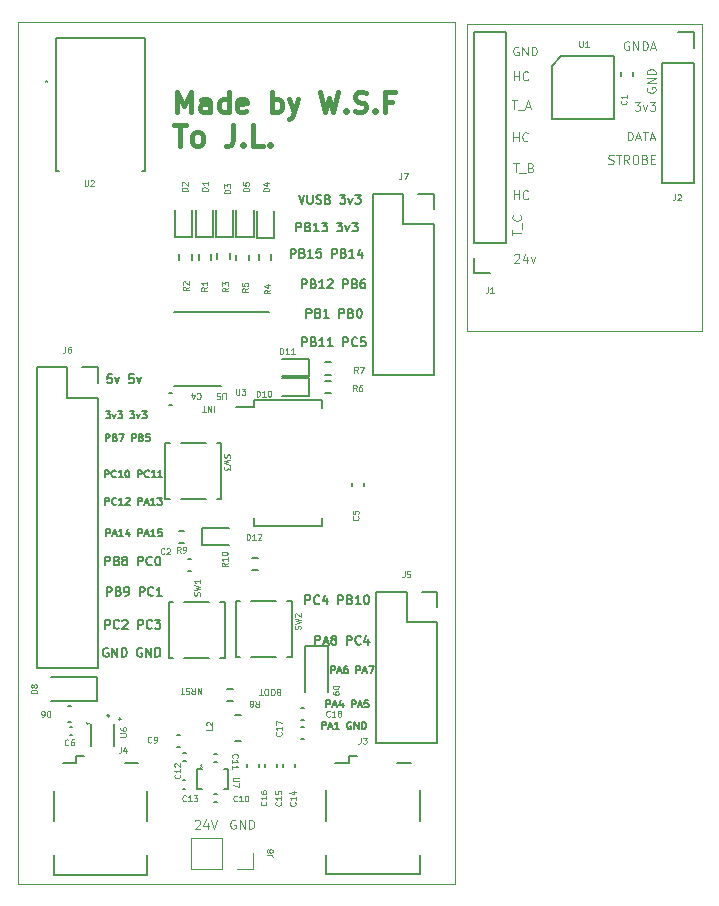
<source format=gbr>
%TF.GenerationSoftware,KiCad,Pcbnew,6.0.10-86aedd382b~118~ubuntu22.04.1*%
%TF.CreationDate,2023-02-06T10:04:38-03:00*%
%TF.ProjectId,MB_V2,4d425f56-322e-46b6-9963-61645f706362,1*%
%TF.SameCoordinates,Original*%
%TF.FileFunction,Legend,Top*%
%TF.FilePolarity,Positive*%
%FSLAX46Y46*%
G04 Gerber Fmt 4.6, Leading zero omitted, Abs format (unit mm)*
G04 Created by KiCad (PCBNEW 6.0.10-86aedd382b~118~ubuntu22.04.1) date 2023-02-06 10:04:38*
%MOMM*%
%LPD*%
G01*
G04 APERTURE LIST*
%TA.AperFunction,Profile*%
%ADD10C,0.100000*%
%TD*%
%ADD11C,0.125000*%
%ADD12C,0.150000*%
%ADD13C,0.400000*%
%ADD14C,0.120000*%
G04 APERTURE END LIST*
D10*
X132000000Y-105200000D02*
X151900000Y-105200000D01*
X151900000Y-105200000D02*
X151900000Y-131200000D01*
X151900000Y-131200000D02*
X132000000Y-131200000D01*
X132000000Y-131200000D02*
X132000000Y-105200000D01*
X94000000Y-105000000D02*
X131000000Y-105000000D01*
X131000000Y-105000000D02*
X131000000Y-178000000D01*
X131000000Y-178000000D02*
X94000000Y-178000000D01*
X94000000Y-178000000D02*
X94000000Y-105000000D01*
D11*
X136000714Y-109969285D02*
X136000714Y-109219285D01*
X136000714Y-109576428D02*
X136429285Y-109576428D01*
X136429285Y-109969285D02*
X136429285Y-109219285D01*
X137215000Y-109897857D02*
X137179285Y-109933571D01*
X137072142Y-109969285D01*
X137000714Y-109969285D01*
X136893571Y-109933571D01*
X136822142Y-109862142D01*
X136786428Y-109790714D01*
X136750714Y-109647857D01*
X136750714Y-109540714D01*
X136786428Y-109397857D01*
X136822142Y-109326428D01*
X136893571Y-109255000D01*
X137000714Y-109219285D01*
X137072142Y-109219285D01*
X137179285Y-109255000D01*
X137215000Y-109290714D01*
D12*
X120128571Y-163071428D02*
X120128571Y-162471428D01*
X120357142Y-162471428D01*
X120414285Y-162500000D01*
X120442857Y-162528571D01*
X120471428Y-162585714D01*
X120471428Y-162671428D01*
X120442857Y-162728571D01*
X120414285Y-162757142D01*
X120357142Y-162785714D01*
X120128571Y-162785714D01*
X120700000Y-162900000D02*
X120985714Y-162900000D01*
X120642857Y-163071428D02*
X120842857Y-162471428D01*
X121042857Y-163071428D01*
X121500000Y-162671428D02*
X121500000Y-163071428D01*
X121357142Y-162442857D02*
X121214285Y-162871428D01*
X121585714Y-162871428D01*
X122271428Y-163071428D02*
X122271428Y-162471428D01*
X122500000Y-162471428D01*
X122557142Y-162500000D01*
X122585714Y-162528571D01*
X122614285Y-162585714D01*
X122614285Y-162671428D01*
X122585714Y-162728571D01*
X122557142Y-162757142D01*
X122500000Y-162785714D01*
X122271428Y-162785714D01*
X122842857Y-162900000D02*
X123128571Y-162900000D01*
X122785714Y-163071428D02*
X122985714Y-162471428D01*
X123185714Y-163071428D01*
X123671428Y-162471428D02*
X123385714Y-162471428D01*
X123357142Y-162757142D01*
X123385714Y-162728571D01*
X123442857Y-162700000D01*
X123585714Y-162700000D01*
X123642857Y-162728571D01*
X123671428Y-162757142D01*
X123700000Y-162814285D01*
X123700000Y-162957142D01*
X123671428Y-163014285D01*
X123642857Y-163042857D01*
X123585714Y-163071428D01*
X123442857Y-163071428D01*
X123385714Y-163042857D01*
X123357142Y-163014285D01*
D11*
X135889285Y-123085000D02*
X135889285Y-122656428D01*
X136639285Y-122870714D02*
X135889285Y-122870714D01*
X136710714Y-122585000D02*
X136710714Y-122013571D01*
X136567857Y-121406428D02*
X136603571Y-121442142D01*
X136639285Y-121549285D01*
X136639285Y-121620714D01*
X136603571Y-121727857D01*
X136532142Y-121799285D01*
X136460714Y-121835000D01*
X136317857Y-121870714D01*
X136210714Y-121870714D01*
X136067857Y-121835000D01*
X135996428Y-121799285D01*
X135925000Y-121727857D01*
X135889285Y-121620714D01*
X135889285Y-121549285D01*
X135925000Y-121442142D01*
X135960714Y-121406428D01*
D12*
X119188214Y-157739285D02*
X119188214Y-156989285D01*
X119473928Y-156989285D01*
X119545357Y-157025000D01*
X119581071Y-157060714D01*
X119616785Y-157132142D01*
X119616785Y-157239285D01*
X119581071Y-157310714D01*
X119545357Y-157346428D01*
X119473928Y-157382142D01*
X119188214Y-157382142D01*
X119902500Y-157525000D02*
X120259642Y-157525000D01*
X119831071Y-157739285D02*
X120081071Y-156989285D01*
X120331071Y-157739285D01*
X120688214Y-157310714D02*
X120616785Y-157275000D01*
X120581071Y-157239285D01*
X120545357Y-157167857D01*
X120545357Y-157132142D01*
X120581071Y-157060714D01*
X120616785Y-157025000D01*
X120688214Y-156989285D01*
X120831071Y-156989285D01*
X120902500Y-157025000D01*
X120938214Y-157060714D01*
X120973928Y-157132142D01*
X120973928Y-157167857D01*
X120938214Y-157239285D01*
X120902500Y-157275000D01*
X120831071Y-157310714D01*
X120688214Y-157310714D01*
X120616785Y-157346428D01*
X120581071Y-157382142D01*
X120545357Y-157453571D01*
X120545357Y-157596428D01*
X120581071Y-157667857D01*
X120616785Y-157703571D01*
X120688214Y-157739285D01*
X120831071Y-157739285D01*
X120902500Y-157703571D01*
X120938214Y-157667857D01*
X120973928Y-157596428D01*
X120973928Y-157453571D01*
X120938214Y-157382142D01*
X120902500Y-157346428D01*
X120831071Y-157310714D01*
X121866785Y-157739285D02*
X121866785Y-156989285D01*
X122152500Y-156989285D01*
X122223928Y-157025000D01*
X122259642Y-157060714D01*
X122295357Y-157132142D01*
X122295357Y-157239285D01*
X122259642Y-157310714D01*
X122223928Y-157346428D01*
X122152500Y-157382142D01*
X121866785Y-157382142D01*
X123045357Y-157667857D02*
X123009642Y-157703571D01*
X122902500Y-157739285D01*
X122831071Y-157739285D01*
X122723928Y-157703571D01*
X122652500Y-157632142D01*
X122616785Y-157560714D01*
X122581071Y-157417857D01*
X122581071Y-157310714D01*
X122616785Y-157167857D01*
X122652500Y-157096428D01*
X122723928Y-157025000D01*
X122831071Y-156989285D01*
X122902500Y-156989285D01*
X123009642Y-157025000D01*
X123045357Y-157060714D01*
X123688214Y-157239285D02*
X123688214Y-157739285D01*
X123509642Y-156953571D02*
X123331071Y-157489285D01*
X123795357Y-157489285D01*
D11*
X112428571Y-172625000D02*
X112357142Y-172589285D01*
X112250000Y-172589285D01*
X112142857Y-172625000D01*
X112071428Y-172696428D01*
X112035714Y-172767857D01*
X112000000Y-172910714D01*
X112000000Y-173017857D01*
X112035714Y-173160714D01*
X112071428Y-173232142D01*
X112142857Y-173303571D01*
X112250000Y-173339285D01*
X112321428Y-173339285D01*
X112428571Y-173303571D01*
X112464285Y-173267857D01*
X112464285Y-173017857D01*
X112321428Y-173017857D01*
X112785714Y-173339285D02*
X112785714Y-172589285D01*
X113214285Y-173339285D01*
X113214285Y-172589285D01*
X113571428Y-173339285D02*
X113571428Y-172589285D01*
X113750000Y-172589285D01*
X113857142Y-172625000D01*
X113928571Y-172696428D01*
X113964285Y-172767857D01*
X114000000Y-172910714D01*
X114000000Y-173017857D01*
X113964285Y-173160714D01*
X113928571Y-173232142D01*
X113857142Y-173303571D01*
X113750000Y-173339285D01*
X113571428Y-173339285D01*
D12*
X101963214Y-134869285D02*
X101606071Y-134869285D01*
X101570357Y-135226428D01*
X101606071Y-135190714D01*
X101677500Y-135155000D01*
X101856071Y-135155000D01*
X101927500Y-135190714D01*
X101963214Y-135226428D01*
X101998928Y-135297857D01*
X101998928Y-135476428D01*
X101963214Y-135547857D01*
X101927500Y-135583571D01*
X101856071Y-135619285D01*
X101677500Y-135619285D01*
X101606071Y-135583571D01*
X101570357Y-135547857D01*
X102248928Y-135119285D02*
X102427500Y-135619285D01*
X102606071Y-135119285D01*
X103820357Y-134869285D02*
X103463214Y-134869285D01*
X103427500Y-135226428D01*
X103463214Y-135190714D01*
X103534642Y-135155000D01*
X103713214Y-135155000D01*
X103784642Y-135190714D01*
X103820357Y-135226428D01*
X103856071Y-135297857D01*
X103856071Y-135476428D01*
X103820357Y-135547857D01*
X103784642Y-135583571D01*
X103713214Y-135619285D01*
X103534642Y-135619285D01*
X103463214Y-135583571D01*
X103427500Y-135547857D01*
X104106071Y-135119285D02*
X104284642Y-135619285D01*
X104463214Y-135119285D01*
X101404285Y-145911428D02*
X101404285Y-145311428D01*
X101632857Y-145311428D01*
X101690000Y-145340000D01*
X101718571Y-145368571D01*
X101747142Y-145425714D01*
X101747142Y-145511428D01*
X101718571Y-145568571D01*
X101690000Y-145597142D01*
X101632857Y-145625714D01*
X101404285Y-145625714D01*
X102347142Y-145854285D02*
X102318571Y-145882857D01*
X102232857Y-145911428D01*
X102175714Y-145911428D01*
X102090000Y-145882857D01*
X102032857Y-145825714D01*
X102004285Y-145768571D01*
X101975714Y-145654285D01*
X101975714Y-145568571D01*
X102004285Y-145454285D01*
X102032857Y-145397142D01*
X102090000Y-145340000D01*
X102175714Y-145311428D01*
X102232857Y-145311428D01*
X102318571Y-145340000D01*
X102347142Y-145368571D01*
X102918571Y-145911428D02*
X102575714Y-145911428D01*
X102747142Y-145911428D02*
X102747142Y-145311428D01*
X102690000Y-145397142D01*
X102632857Y-145454285D01*
X102575714Y-145482857D01*
X103147142Y-145368571D02*
X103175714Y-145340000D01*
X103232857Y-145311428D01*
X103375714Y-145311428D01*
X103432857Y-145340000D01*
X103461428Y-145368571D01*
X103490000Y-145425714D01*
X103490000Y-145482857D01*
X103461428Y-145568571D01*
X103118571Y-145911428D01*
X103490000Y-145911428D01*
X104204285Y-145911428D02*
X104204285Y-145311428D01*
X104432857Y-145311428D01*
X104490000Y-145340000D01*
X104518571Y-145368571D01*
X104547142Y-145425714D01*
X104547142Y-145511428D01*
X104518571Y-145568571D01*
X104490000Y-145597142D01*
X104432857Y-145625714D01*
X104204285Y-145625714D01*
X104775714Y-145740000D02*
X105061428Y-145740000D01*
X104718571Y-145911428D02*
X104918571Y-145311428D01*
X105118571Y-145911428D01*
X105632857Y-145911428D02*
X105290000Y-145911428D01*
X105461428Y-145911428D02*
X105461428Y-145311428D01*
X105404285Y-145397142D01*
X105347142Y-145454285D01*
X105290000Y-145482857D01*
X105832857Y-145311428D02*
X106204285Y-145311428D01*
X106004285Y-145540000D01*
X106090000Y-145540000D01*
X106147142Y-145568571D01*
X106175714Y-145597142D01*
X106204285Y-145654285D01*
X106204285Y-145797142D01*
X106175714Y-145854285D01*
X106147142Y-145882857D01*
X106090000Y-145911428D01*
X105918571Y-145911428D01*
X105861428Y-145882857D01*
X105832857Y-145854285D01*
X117779285Y-119669285D02*
X118029285Y-120419285D01*
X118279285Y-119669285D01*
X118529285Y-119669285D02*
X118529285Y-120276428D01*
X118565000Y-120347857D01*
X118600714Y-120383571D01*
X118672142Y-120419285D01*
X118815000Y-120419285D01*
X118886428Y-120383571D01*
X118922142Y-120347857D01*
X118957857Y-120276428D01*
X118957857Y-119669285D01*
X119279285Y-120383571D02*
X119386428Y-120419285D01*
X119565000Y-120419285D01*
X119636428Y-120383571D01*
X119672142Y-120347857D01*
X119707857Y-120276428D01*
X119707857Y-120205000D01*
X119672142Y-120133571D01*
X119636428Y-120097857D01*
X119565000Y-120062142D01*
X119422142Y-120026428D01*
X119350714Y-119990714D01*
X119315000Y-119955000D01*
X119279285Y-119883571D01*
X119279285Y-119812142D01*
X119315000Y-119740714D01*
X119350714Y-119705000D01*
X119422142Y-119669285D01*
X119600714Y-119669285D01*
X119707857Y-119705000D01*
X120279285Y-120026428D02*
X120386428Y-120062142D01*
X120422142Y-120097857D01*
X120457857Y-120169285D01*
X120457857Y-120276428D01*
X120422142Y-120347857D01*
X120386428Y-120383571D01*
X120315000Y-120419285D01*
X120029285Y-120419285D01*
X120029285Y-119669285D01*
X120279285Y-119669285D01*
X120350714Y-119705000D01*
X120386428Y-119740714D01*
X120422142Y-119812142D01*
X120422142Y-119883571D01*
X120386428Y-119955000D01*
X120350714Y-119990714D01*
X120279285Y-120026428D01*
X120029285Y-120026428D01*
X121279285Y-119669285D02*
X121743571Y-119669285D01*
X121493571Y-119955000D01*
X121600714Y-119955000D01*
X121672142Y-119990714D01*
X121707857Y-120026428D01*
X121743571Y-120097857D01*
X121743571Y-120276428D01*
X121707857Y-120347857D01*
X121672142Y-120383571D01*
X121600714Y-120419285D01*
X121386428Y-120419285D01*
X121315000Y-120383571D01*
X121279285Y-120347857D01*
X121993571Y-119919285D02*
X122172142Y-120419285D01*
X122350714Y-119919285D01*
X122565000Y-119669285D02*
X123029285Y-119669285D01*
X122779285Y-119955000D01*
X122886428Y-119955000D01*
X122957857Y-119990714D01*
X122993571Y-120026428D01*
X123029285Y-120097857D01*
X123029285Y-120276428D01*
X122993571Y-120347857D01*
X122957857Y-120383571D01*
X122886428Y-120419285D01*
X122672142Y-120419285D01*
X122600714Y-120383571D01*
X122565000Y-120347857D01*
D11*
X135990714Y-120029285D02*
X135990714Y-119279285D01*
X135990714Y-119636428D02*
X136419285Y-119636428D01*
X136419285Y-120029285D02*
X136419285Y-119279285D01*
X137205000Y-119957857D02*
X137169285Y-119993571D01*
X137062142Y-120029285D01*
X136990714Y-120029285D01*
X136883571Y-119993571D01*
X136812142Y-119922142D01*
X136776428Y-119850714D01*
X136740714Y-119707857D01*
X136740714Y-119600714D01*
X136776428Y-119457857D01*
X136812142Y-119386428D01*
X136883571Y-119315000D01*
X136990714Y-119279285D01*
X137062142Y-119279285D01*
X137169285Y-119315000D01*
X137205000Y-119350714D01*
D12*
X101442857Y-140521428D02*
X101442857Y-139921428D01*
X101671428Y-139921428D01*
X101728571Y-139950000D01*
X101757142Y-139978571D01*
X101785714Y-140035714D01*
X101785714Y-140121428D01*
X101757142Y-140178571D01*
X101728571Y-140207142D01*
X101671428Y-140235714D01*
X101442857Y-140235714D01*
X102242857Y-140207142D02*
X102328571Y-140235714D01*
X102357142Y-140264285D01*
X102385714Y-140321428D01*
X102385714Y-140407142D01*
X102357142Y-140464285D01*
X102328571Y-140492857D01*
X102271428Y-140521428D01*
X102042857Y-140521428D01*
X102042857Y-139921428D01*
X102242857Y-139921428D01*
X102300000Y-139950000D01*
X102328571Y-139978571D01*
X102357142Y-140035714D01*
X102357142Y-140092857D01*
X102328571Y-140150000D01*
X102300000Y-140178571D01*
X102242857Y-140207142D01*
X102042857Y-140207142D01*
X102585714Y-139921428D02*
X102985714Y-139921428D01*
X102728571Y-140521428D01*
X103671428Y-140521428D02*
X103671428Y-139921428D01*
X103900000Y-139921428D01*
X103957142Y-139950000D01*
X103985714Y-139978571D01*
X104014285Y-140035714D01*
X104014285Y-140121428D01*
X103985714Y-140178571D01*
X103957142Y-140207142D01*
X103900000Y-140235714D01*
X103671428Y-140235714D01*
X104471428Y-140207142D02*
X104557142Y-140235714D01*
X104585714Y-140264285D01*
X104614285Y-140321428D01*
X104614285Y-140407142D01*
X104585714Y-140464285D01*
X104557142Y-140492857D01*
X104500000Y-140521428D01*
X104271428Y-140521428D01*
X104271428Y-139921428D01*
X104471428Y-139921428D01*
X104528571Y-139950000D01*
X104557142Y-139978571D01*
X104585714Y-140035714D01*
X104585714Y-140092857D01*
X104557142Y-140150000D01*
X104528571Y-140178571D01*
X104471428Y-140207142D01*
X104271428Y-140207142D01*
X105157142Y-139921428D02*
X104871428Y-139921428D01*
X104842857Y-140207142D01*
X104871428Y-140178571D01*
X104928571Y-140150000D01*
X105071428Y-140150000D01*
X105128571Y-140178571D01*
X105157142Y-140207142D01*
X105185714Y-140264285D01*
X105185714Y-140407142D01*
X105157142Y-140464285D01*
X105128571Y-140492857D01*
X105071428Y-140521428D01*
X104928571Y-140521428D01*
X104871428Y-140492857D01*
X104842857Y-140464285D01*
D11*
X135828571Y-111669285D02*
X136257142Y-111669285D01*
X136042857Y-112419285D02*
X136042857Y-111669285D01*
X136328571Y-112490714D02*
X136900000Y-112490714D01*
X137042857Y-112205000D02*
X137400000Y-112205000D01*
X136971428Y-112419285D02*
X137221428Y-111669285D01*
X137471428Y-112419285D01*
D12*
X101361428Y-143581428D02*
X101361428Y-142981428D01*
X101590000Y-142981428D01*
X101647142Y-143010000D01*
X101675714Y-143038571D01*
X101704285Y-143095714D01*
X101704285Y-143181428D01*
X101675714Y-143238571D01*
X101647142Y-143267142D01*
X101590000Y-143295714D01*
X101361428Y-143295714D01*
X102304285Y-143524285D02*
X102275714Y-143552857D01*
X102190000Y-143581428D01*
X102132857Y-143581428D01*
X102047142Y-143552857D01*
X101990000Y-143495714D01*
X101961428Y-143438571D01*
X101932857Y-143324285D01*
X101932857Y-143238571D01*
X101961428Y-143124285D01*
X101990000Y-143067142D01*
X102047142Y-143010000D01*
X102132857Y-142981428D01*
X102190000Y-142981428D01*
X102275714Y-143010000D01*
X102304285Y-143038571D01*
X102875714Y-143581428D02*
X102532857Y-143581428D01*
X102704285Y-143581428D02*
X102704285Y-142981428D01*
X102647142Y-143067142D01*
X102590000Y-143124285D01*
X102532857Y-143152857D01*
X103247142Y-142981428D02*
X103304285Y-142981428D01*
X103361428Y-143010000D01*
X103390000Y-143038571D01*
X103418571Y-143095714D01*
X103447142Y-143210000D01*
X103447142Y-143352857D01*
X103418571Y-143467142D01*
X103390000Y-143524285D01*
X103361428Y-143552857D01*
X103304285Y-143581428D01*
X103247142Y-143581428D01*
X103190000Y-143552857D01*
X103161428Y-143524285D01*
X103132857Y-143467142D01*
X103104285Y-143352857D01*
X103104285Y-143210000D01*
X103132857Y-143095714D01*
X103161428Y-143038571D01*
X103190000Y-143010000D01*
X103247142Y-142981428D01*
X104161428Y-143581428D02*
X104161428Y-142981428D01*
X104390000Y-142981428D01*
X104447142Y-143010000D01*
X104475714Y-143038571D01*
X104504285Y-143095714D01*
X104504285Y-143181428D01*
X104475714Y-143238571D01*
X104447142Y-143267142D01*
X104390000Y-143295714D01*
X104161428Y-143295714D01*
X105104285Y-143524285D02*
X105075714Y-143552857D01*
X104990000Y-143581428D01*
X104932857Y-143581428D01*
X104847142Y-143552857D01*
X104790000Y-143495714D01*
X104761428Y-143438571D01*
X104732857Y-143324285D01*
X104732857Y-143238571D01*
X104761428Y-143124285D01*
X104790000Y-143067142D01*
X104847142Y-143010000D01*
X104932857Y-142981428D01*
X104990000Y-142981428D01*
X105075714Y-143010000D01*
X105104285Y-143038571D01*
X105675714Y-143581428D02*
X105332857Y-143581428D01*
X105504285Y-143581428D02*
X105504285Y-142981428D01*
X105447142Y-143067142D01*
X105390000Y-143124285D01*
X105332857Y-143152857D01*
X106247142Y-143581428D02*
X105904285Y-143581428D01*
X106075714Y-143581428D02*
X106075714Y-142981428D01*
X106018571Y-143067142D01*
X105961428Y-143124285D01*
X105904285Y-143152857D01*
D11*
X147295000Y-110591428D02*
X147259285Y-110662857D01*
X147259285Y-110770000D01*
X147295000Y-110877142D01*
X147366428Y-110948571D01*
X147437857Y-110984285D01*
X147580714Y-111020000D01*
X147687857Y-111020000D01*
X147830714Y-110984285D01*
X147902142Y-110948571D01*
X147973571Y-110877142D01*
X148009285Y-110770000D01*
X148009285Y-110698571D01*
X147973571Y-110591428D01*
X147937857Y-110555714D01*
X147687857Y-110555714D01*
X147687857Y-110698571D01*
X148009285Y-110234285D02*
X147259285Y-110234285D01*
X148009285Y-109805714D01*
X147259285Y-109805714D01*
X148009285Y-109448571D02*
X147259285Y-109448571D01*
X147259285Y-109270000D01*
X147295000Y-109162857D01*
X147366428Y-109091428D01*
X147437857Y-109055714D01*
X147580714Y-109020000D01*
X147687857Y-109020000D01*
X147830714Y-109055714D01*
X147902142Y-109091428D01*
X147973571Y-109162857D01*
X148009285Y-109270000D01*
X148009285Y-109448571D01*
X136052857Y-124750714D02*
X136088571Y-124715000D01*
X136160000Y-124679285D01*
X136338571Y-124679285D01*
X136410000Y-124715000D01*
X136445714Y-124750714D01*
X136481428Y-124822142D01*
X136481428Y-124893571D01*
X136445714Y-125000714D01*
X136017142Y-125429285D01*
X136481428Y-125429285D01*
X137124285Y-124929285D02*
X137124285Y-125429285D01*
X136945714Y-124643571D02*
X136767142Y-125179285D01*
X137231428Y-125179285D01*
X137445714Y-124929285D02*
X137624285Y-125429285D01*
X137802857Y-124929285D01*
D12*
X120528571Y-160171428D02*
X120528571Y-159571428D01*
X120757142Y-159571428D01*
X120814285Y-159600000D01*
X120842857Y-159628571D01*
X120871428Y-159685714D01*
X120871428Y-159771428D01*
X120842857Y-159828571D01*
X120814285Y-159857142D01*
X120757142Y-159885714D01*
X120528571Y-159885714D01*
X121100000Y-160000000D02*
X121385714Y-160000000D01*
X121042857Y-160171428D02*
X121242857Y-159571428D01*
X121442857Y-160171428D01*
X121900000Y-159571428D02*
X121785714Y-159571428D01*
X121728571Y-159600000D01*
X121700000Y-159628571D01*
X121642857Y-159714285D01*
X121614285Y-159828571D01*
X121614285Y-160057142D01*
X121642857Y-160114285D01*
X121671428Y-160142857D01*
X121728571Y-160171428D01*
X121842857Y-160171428D01*
X121900000Y-160142857D01*
X121928571Y-160114285D01*
X121957142Y-160057142D01*
X121957142Y-159914285D01*
X121928571Y-159857142D01*
X121900000Y-159828571D01*
X121842857Y-159800000D01*
X121728571Y-159800000D01*
X121671428Y-159828571D01*
X121642857Y-159857142D01*
X121614285Y-159914285D01*
X122671428Y-160171428D02*
X122671428Y-159571428D01*
X122900000Y-159571428D01*
X122957142Y-159600000D01*
X122985714Y-159628571D01*
X123014285Y-159685714D01*
X123014285Y-159771428D01*
X122985714Y-159828571D01*
X122957142Y-159857142D01*
X122900000Y-159885714D01*
X122671428Y-159885714D01*
X123242857Y-160000000D02*
X123528571Y-160000000D01*
X123185714Y-160171428D02*
X123385714Y-159571428D01*
X123585714Y-160171428D01*
X123728571Y-159571428D02*
X124128571Y-159571428D01*
X123871428Y-160171428D01*
D13*
X107516666Y-112682916D02*
X107516666Y-110932916D01*
X108100000Y-112182916D01*
X108683333Y-110932916D01*
X108683333Y-112682916D01*
X110266666Y-112682916D02*
X110266666Y-111766250D01*
X110183333Y-111599583D01*
X110016666Y-111516250D01*
X109683333Y-111516250D01*
X109516666Y-111599583D01*
X110266666Y-112599583D02*
X110100000Y-112682916D01*
X109683333Y-112682916D01*
X109516666Y-112599583D01*
X109433333Y-112432916D01*
X109433333Y-112266250D01*
X109516666Y-112099583D01*
X109683333Y-112016250D01*
X110100000Y-112016250D01*
X110266666Y-111932916D01*
X111850000Y-112682916D02*
X111850000Y-110932916D01*
X111850000Y-112599583D02*
X111683333Y-112682916D01*
X111350000Y-112682916D01*
X111183333Y-112599583D01*
X111100000Y-112516250D01*
X111016666Y-112349583D01*
X111016666Y-111849583D01*
X111100000Y-111682916D01*
X111183333Y-111599583D01*
X111350000Y-111516250D01*
X111683333Y-111516250D01*
X111850000Y-111599583D01*
X113350000Y-112599583D02*
X113183333Y-112682916D01*
X112850000Y-112682916D01*
X112683333Y-112599583D01*
X112600000Y-112432916D01*
X112600000Y-111766250D01*
X112683333Y-111599583D01*
X112850000Y-111516250D01*
X113183333Y-111516250D01*
X113350000Y-111599583D01*
X113433333Y-111766250D01*
X113433333Y-111932916D01*
X112600000Y-112099583D01*
X115516666Y-112682916D02*
X115516666Y-110932916D01*
X115516666Y-111599583D02*
X115683333Y-111516250D01*
X116016666Y-111516250D01*
X116183333Y-111599583D01*
X116266666Y-111682916D01*
X116350000Y-111849583D01*
X116350000Y-112349583D01*
X116266666Y-112516250D01*
X116183333Y-112599583D01*
X116016666Y-112682916D01*
X115683333Y-112682916D01*
X115516666Y-112599583D01*
X116933333Y-111516250D02*
X117350000Y-112682916D01*
X117766666Y-111516250D02*
X117350000Y-112682916D01*
X117183333Y-113099583D01*
X117100000Y-113182916D01*
X116933333Y-113266250D01*
X119600000Y-110932916D02*
X120016666Y-112682916D01*
X120350000Y-111432916D01*
X120683333Y-112682916D01*
X121100000Y-110932916D01*
X121766666Y-112516250D02*
X121850000Y-112599583D01*
X121766666Y-112682916D01*
X121683333Y-112599583D01*
X121766666Y-112516250D01*
X121766666Y-112682916D01*
X122516666Y-112599583D02*
X122766666Y-112682916D01*
X123183333Y-112682916D01*
X123350000Y-112599583D01*
X123433333Y-112516250D01*
X123516666Y-112349583D01*
X123516666Y-112182916D01*
X123433333Y-112016250D01*
X123350000Y-111932916D01*
X123183333Y-111849583D01*
X122850000Y-111766250D01*
X122683333Y-111682916D01*
X122600000Y-111599583D01*
X122516666Y-111432916D01*
X122516666Y-111266250D01*
X122600000Y-111099583D01*
X122683333Y-111016250D01*
X122850000Y-110932916D01*
X123266666Y-110932916D01*
X123516666Y-111016250D01*
X124266666Y-112516250D02*
X124350000Y-112599583D01*
X124266666Y-112682916D01*
X124183333Y-112599583D01*
X124266666Y-112516250D01*
X124266666Y-112682916D01*
X125683333Y-111766250D02*
X125100000Y-111766250D01*
X125100000Y-112682916D02*
X125100000Y-110932916D01*
X125933333Y-110932916D01*
X107266666Y-113750416D02*
X108266666Y-113750416D01*
X107766666Y-115500416D02*
X107766666Y-113750416D01*
X109100000Y-115500416D02*
X108933333Y-115417083D01*
X108850000Y-115333750D01*
X108766666Y-115167083D01*
X108766666Y-114667083D01*
X108850000Y-114500416D01*
X108933333Y-114417083D01*
X109100000Y-114333750D01*
X109350000Y-114333750D01*
X109516666Y-114417083D01*
X109600000Y-114500416D01*
X109683333Y-114667083D01*
X109683333Y-115167083D01*
X109600000Y-115333750D01*
X109516666Y-115417083D01*
X109350000Y-115500416D01*
X109100000Y-115500416D01*
X112266666Y-113750416D02*
X112266666Y-115000416D01*
X112183333Y-115250416D01*
X112016666Y-115417083D01*
X111766666Y-115500416D01*
X111600000Y-115500416D01*
X113100000Y-115333750D02*
X113183333Y-115417083D01*
X113100000Y-115500416D01*
X113016666Y-115417083D01*
X113100000Y-115333750D01*
X113100000Y-115500416D01*
X114766666Y-115500416D02*
X113933333Y-115500416D01*
X113933333Y-113750416D01*
X115350000Y-115333750D02*
X115433333Y-115417083D01*
X115350000Y-115500416D01*
X115266666Y-115417083D01*
X115350000Y-115333750D01*
X115350000Y-115500416D01*
D12*
X118061428Y-132489285D02*
X118061428Y-131739285D01*
X118347142Y-131739285D01*
X118418571Y-131775000D01*
X118454285Y-131810714D01*
X118490000Y-131882142D01*
X118490000Y-131989285D01*
X118454285Y-132060714D01*
X118418571Y-132096428D01*
X118347142Y-132132142D01*
X118061428Y-132132142D01*
X119061428Y-132096428D02*
X119168571Y-132132142D01*
X119204285Y-132167857D01*
X119240000Y-132239285D01*
X119240000Y-132346428D01*
X119204285Y-132417857D01*
X119168571Y-132453571D01*
X119097142Y-132489285D01*
X118811428Y-132489285D01*
X118811428Y-131739285D01*
X119061428Y-131739285D01*
X119132857Y-131775000D01*
X119168571Y-131810714D01*
X119204285Y-131882142D01*
X119204285Y-131953571D01*
X119168571Y-132025000D01*
X119132857Y-132060714D01*
X119061428Y-132096428D01*
X118811428Y-132096428D01*
X119954285Y-132489285D02*
X119525714Y-132489285D01*
X119740000Y-132489285D02*
X119740000Y-131739285D01*
X119668571Y-131846428D01*
X119597142Y-131917857D01*
X119525714Y-131953571D01*
X120668571Y-132489285D02*
X120240000Y-132489285D01*
X120454285Y-132489285D02*
X120454285Y-131739285D01*
X120382857Y-131846428D01*
X120311428Y-131917857D01*
X120240000Y-131953571D01*
X121561428Y-132489285D02*
X121561428Y-131739285D01*
X121847142Y-131739285D01*
X121918571Y-131775000D01*
X121954285Y-131810714D01*
X121990000Y-131882142D01*
X121990000Y-131989285D01*
X121954285Y-132060714D01*
X121918571Y-132096428D01*
X121847142Y-132132142D01*
X121561428Y-132132142D01*
X122740000Y-132417857D02*
X122704285Y-132453571D01*
X122597142Y-132489285D01*
X122525714Y-132489285D01*
X122418571Y-132453571D01*
X122347142Y-132382142D01*
X122311428Y-132310714D01*
X122275714Y-132167857D01*
X122275714Y-132060714D01*
X122311428Y-131917857D01*
X122347142Y-131846428D01*
X122418571Y-131775000D01*
X122525714Y-131739285D01*
X122597142Y-131739285D01*
X122704285Y-131775000D01*
X122740000Y-131810714D01*
X123418571Y-131739285D02*
X123061428Y-131739285D01*
X123025714Y-132096428D01*
X123061428Y-132060714D01*
X123132857Y-132025000D01*
X123311428Y-132025000D01*
X123382857Y-132060714D01*
X123418571Y-132096428D01*
X123454285Y-132167857D01*
X123454285Y-132346428D01*
X123418571Y-132417857D01*
X123382857Y-132453571D01*
X123311428Y-132489285D01*
X123132857Y-132489285D01*
X123061428Y-132453571D01*
X123025714Y-132417857D01*
X101398571Y-151039285D02*
X101398571Y-150289285D01*
X101684285Y-150289285D01*
X101755714Y-150325000D01*
X101791428Y-150360714D01*
X101827142Y-150432142D01*
X101827142Y-150539285D01*
X101791428Y-150610714D01*
X101755714Y-150646428D01*
X101684285Y-150682142D01*
X101398571Y-150682142D01*
X102398571Y-150646428D02*
X102505714Y-150682142D01*
X102541428Y-150717857D01*
X102577142Y-150789285D01*
X102577142Y-150896428D01*
X102541428Y-150967857D01*
X102505714Y-151003571D01*
X102434285Y-151039285D01*
X102148571Y-151039285D01*
X102148571Y-150289285D01*
X102398571Y-150289285D01*
X102470000Y-150325000D01*
X102505714Y-150360714D01*
X102541428Y-150432142D01*
X102541428Y-150503571D01*
X102505714Y-150575000D01*
X102470000Y-150610714D01*
X102398571Y-150646428D01*
X102148571Y-150646428D01*
X103005714Y-150610714D02*
X102934285Y-150575000D01*
X102898571Y-150539285D01*
X102862857Y-150467857D01*
X102862857Y-150432142D01*
X102898571Y-150360714D01*
X102934285Y-150325000D01*
X103005714Y-150289285D01*
X103148571Y-150289285D01*
X103220000Y-150325000D01*
X103255714Y-150360714D01*
X103291428Y-150432142D01*
X103291428Y-150467857D01*
X103255714Y-150539285D01*
X103220000Y-150575000D01*
X103148571Y-150610714D01*
X103005714Y-150610714D01*
X102934285Y-150646428D01*
X102898571Y-150682142D01*
X102862857Y-150753571D01*
X102862857Y-150896428D01*
X102898571Y-150967857D01*
X102934285Y-151003571D01*
X103005714Y-151039285D01*
X103148571Y-151039285D01*
X103220000Y-151003571D01*
X103255714Y-150967857D01*
X103291428Y-150896428D01*
X103291428Y-150753571D01*
X103255714Y-150682142D01*
X103220000Y-150646428D01*
X103148571Y-150610714D01*
X104184285Y-151039285D02*
X104184285Y-150289285D01*
X104470000Y-150289285D01*
X104541428Y-150325000D01*
X104577142Y-150360714D01*
X104612857Y-150432142D01*
X104612857Y-150539285D01*
X104577142Y-150610714D01*
X104541428Y-150646428D01*
X104470000Y-150682142D01*
X104184285Y-150682142D01*
X105362857Y-150967857D02*
X105327142Y-151003571D01*
X105220000Y-151039285D01*
X105148571Y-151039285D01*
X105041428Y-151003571D01*
X104970000Y-150932142D01*
X104934285Y-150860714D01*
X104898571Y-150717857D01*
X104898571Y-150610714D01*
X104934285Y-150467857D01*
X104970000Y-150396428D01*
X105041428Y-150325000D01*
X105148571Y-150289285D01*
X105220000Y-150289285D01*
X105327142Y-150325000D01*
X105362857Y-150360714D01*
X105827142Y-150289285D02*
X105898571Y-150289285D01*
X105970000Y-150325000D01*
X106005714Y-150360714D01*
X106041428Y-150432142D01*
X106077142Y-150575000D01*
X106077142Y-150753571D01*
X106041428Y-150896428D01*
X106005714Y-150967857D01*
X105970000Y-151003571D01*
X105898571Y-151039285D01*
X105827142Y-151039285D01*
X105755714Y-151003571D01*
X105720000Y-150967857D01*
X105684285Y-150896428D01*
X105648571Y-150753571D01*
X105648571Y-150575000D01*
X105684285Y-150432142D01*
X105720000Y-150360714D01*
X105755714Y-150325000D01*
X105827142Y-150289285D01*
D11*
X135975000Y-117009285D02*
X136403571Y-117009285D01*
X136189285Y-117759285D02*
X136189285Y-117009285D01*
X136475000Y-117830714D02*
X137046428Y-117830714D01*
X137475000Y-117366428D02*
X137582142Y-117402142D01*
X137617857Y-117437857D01*
X137653571Y-117509285D01*
X137653571Y-117616428D01*
X137617857Y-117687857D01*
X137582142Y-117723571D01*
X137510714Y-117759285D01*
X137225000Y-117759285D01*
X137225000Y-117009285D01*
X137475000Y-117009285D01*
X137546428Y-117045000D01*
X137582142Y-117080714D01*
X137617857Y-117152142D01*
X137617857Y-117223571D01*
X137582142Y-117295000D01*
X137546428Y-117330714D01*
X137475000Y-117366428D01*
X137225000Y-117366428D01*
X146237142Y-111799285D02*
X146701428Y-111799285D01*
X146451428Y-112085000D01*
X146558571Y-112085000D01*
X146630000Y-112120714D01*
X146665714Y-112156428D01*
X146701428Y-112227857D01*
X146701428Y-112406428D01*
X146665714Y-112477857D01*
X146630000Y-112513571D01*
X146558571Y-112549285D01*
X146344285Y-112549285D01*
X146272857Y-112513571D01*
X146237142Y-112477857D01*
X146951428Y-112049285D02*
X147130000Y-112549285D01*
X147308571Y-112049285D01*
X147522857Y-111799285D02*
X147987142Y-111799285D01*
X147737142Y-112085000D01*
X147844285Y-112085000D01*
X147915714Y-112120714D01*
X147951428Y-112156428D01*
X147987142Y-112227857D01*
X147987142Y-112406428D01*
X147951428Y-112477857D01*
X147915714Y-112513571D01*
X147844285Y-112549285D01*
X147630000Y-112549285D01*
X147558571Y-112513571D01*
X147522857Y-112477857D01*
X144017857Y-117013571D02*
X144125000Y-117049285D01*
X144303571Y-117049285D01*
X144375000Y-117013571D01*
X144410714Y-116977857D01*
X144446428Y-116906428D01*
X144446428Y-116835000D01*
X144410714Y-116763571D01*
X144375000Y-116727857D01*
X144303571Y-116692142D01*
X144160714Y-116656428D01*
X144089285Y-116620714D01*
X144053571Y-116585000D01*
X144017857Y-116513571D01*
X144017857Y-116442142D01*
X144053571Y-116370714D01*
X144089285Y-116335000D01*
X144160714Y-116299285D01*
X144339285Y-116299285D01*
X144446428Y-116335000D01*
X144660714Y-116299285D02*
X145089285Y-116299285D01*
X144875000Y-117049285D02*
X144875000Y-116299285D01*
X145767857Y-117049285D02*
X145517857Y-116692142D01*
X145339285Y-117049285D02*
X145339285Y-116299285D01*
X145625000Y-116299285D01*
X145696428Y-116335000D01*
X145732142Y-116370714D01*
X145767857Y-116442142D01*
X145767857Y-116549285D01*
X145732142Y-116620714D01*
X145696428Y-116656428D01*
X145625000Y-116692142D01*
X145339285Y-116692142D01*
X146232142Y-116299285D02*
X146375000Y-116299285D01*
X146446428Y-116335000D01*
X146517857Y-116406428D01*
X146553571Y-116549285D01*
X146553571Y-116799285D01*
X146517857Y-116942142D01*
X146446428Y-117013571D01*
X146375000Y-117049285D01*
X146232142Y-117049285D01*
X146160714Y-117013571D01*
X146089285Y-116942142D01*
X146053571Y-116799285D01*
X146053571Y-116549285D01*
X146089285Y-116406428D01*
X146160714Y-116335000D01*
X146232142Y-116299285D01*
X147125000Y-116656428D02*
X147232142Y-116692142D01*
X147267857Y-116727857D01*
X147303571Y-116799285D01*
X147303571Y-116906428D01*
X147267857Y-116977857D01*
X147232142Y-117013571D01*
X147160714Y-117049285D01*
X146875000Y-117049285D01*
X146875000Y-116299285D01*
X147125000Y-116299285D01*
X147196428Y-116335000D01*
X147232142Y-116370714D01*
X147267857Y-116442142D01*
X147267857Y-116513571D01*
X147232142Y-116585000D01*
X147196428Y-116620714D01*
X147125000Y-116656428D01*
X146875000Y-116656428D01*
X147625000Y-116656428D02*
X147875000Y-116656428D01*
X147982142Y-117049285D02*
X147625000Y-117049285D01*
X147625000Y-116299285D01*
X147982142Y-116299285D01*
D12*
X118448571Y-130069285D02*
X118448571Y-129319285D01*
X118734285Y-129319285D01*
X118805714Y-129355000D01*
X118841428Y-129390714D01*
X118877142Y-129462142D01*
X118877142Y-129569285D01*
X118841428Y-129640714D01*
X118805714Y-129676428D01*
X118734285Y-129712142D01*
X118448571Y-129712142D01*
X119448571Y-129676428D02*
X119555714Y-129712142D01*
X119591428Y-129747857D01*
X119627142Y-129819285D01*
X119627142Y-129926428D01*
X119591428Y-129997857D01*
X119555714Y-130033571D01*
X119484285Y-130069285D01*
X119198571Y-130069285D01*
X119198571Y-129319285D01*
X119448571Y-129319285D01*
X119520000Y-129355000D01*
X119555714Y-129390714D01*
X119591428Y-129462142D01*
X119591428Y-129533571D01*
X119555714Y-129605000D01*
X119520000Y-129640714D01*
X119448571Y-129676428D01*
X119198571Y-129676428D01*
X120341428Y-130069285D02*
X119912857Y-130069285D01*
X120127142Y-130069285D02*
X120127142Y-129319285D01*
X120055714Y-129426428D01*
X119984285Y-129497857D01*
X119912857Y-129533571D01*
X121234285Y-130069285D02*
X121234285Y-129319285D01*
X121520000Y-129319285D01*
X121591428Y-129355000D01*
X121627142Y-129390714D01*
X121662857Y-129462142D01*
X121662857Y-129569285D01*
X121627142Y-129640714D01*
X121591428Y-129676428D01*
X121520000Y-129712142D01*
X121234285Y-129712142D01*
X122234285Y-129676428D02*
X122341428Y-129712142D01*
X122377142Y-129747857D01*
X122412857Y-129819285D01*
X122412857Y-129926428D01*
X122377142Y-129997857D01*
X122341428Y-130033571D01*
X122270000Y-130069285D01*
X121984285Y-130069285D01*
X121984285Y-129319285D01*
X122234285Y-129319285D01*
X122305714Y-129355000D01*
X122341428Y-129390714D01*
X122377142Y-129462142D01*
X122377142Y-129533571D01*
X122341428Y-129605000D01*
X122305714Y-129640714D01*
X122234285Y-129676428D01*
X121984285Y-129676428D01*
X122877142Y-129319285D02*
X122948571Y-129319285D01*
X123020000Y-129355000D01*
X123055714Y-129390714D01*
X123091428Y-129462142D01*
X123127142Y-129605000D01*
X123127142Y-129783571D01*
X123091428Y-129926428D01*
X123055714Y-129997857D01*
X123020000Y-130033571D01*
X122948571Y-130069285D01*
X122877142Y-130069285D01*
X122805714Y-130033571D01*
X122770000Y-129997857D01*
X122734285Y-129926428D01*
X122698571Y-129783571D01*
X122698571Y-129605000D01*
X122734285Y-129462142D01*
X122770000Y-129390714D01*
X122805714Y-129355000D01*
X122877142Y-129319285D01*
X118051428Y-127569285D02*
X118051428Y-126819285D01*
X118337142Y-126819285D01*
X118408571Y-126855000D01*
X118444285Y-126890714D01*
X118480000Y-126962142D01*
X118480000Y-127069285D01*
X118444285Y-127140714D01*
X118408571Y-127176428D01*
X118337142Y-127212142D01*
X118051428Y-127212142D01*
X119051428Y-127176428D02*
X119158571Y-127212142D01*
X119194285Y-127247857D01*
X119230000Y-127319285D01*
X119230000Y-127426428D01*
X119194285Y-127497857D01*
X119158571Y-127533571D01*
X119087142Y-127569285D01*
X118801428Y-127569285D01*
X118801428Y-126819285D01*
X119051428Y-126819285D01*
X119122857Y-126855000D01*
X119158571Y-126890714D01*
X119194285Y-126962142D01*
X119194285Y-127033571D01*
X119158571Y-127105000D01*
X119122857Y-127140714D01*
X119051428Y-127176428D01*
X118801428Y-127176428D01*
X119944285Y-127569285D02*
X119515714Y-127569285D01*
X119730000Y-127569285D02*
X119730000Y-126819285D01*
X119658571Y-126926428D01*
X119587142Y-126997857D01*
X119515714Y-127033571D01*
X120230000Y-126890714D02*
X120265714Y-126855000D01*
X120337142Y-126819285D01*
X120515714Y-126819285D01*
X120587142Y-126855000D01*
X120622857Y-126890714D01*
X120658571Y-126962142D01*
X120658571Y-127033571D01*
X120622857Y-127140714D01*
X120194285Y-127569285D01*
X120658571Y-127569285D01*
X121551428Y-127569285D02*
X121551428Y-126819285D01*
X121837142Y-126819285D01*
X121908571Y-126855000D01*
X121944285Y-126890714D01*
X121980000Y-126962142D01*
X121980000Y-127069285D01*
X121944285Y-127140714D01*
X121908571Y-127176428D01*
X121837142Y-127212142D01*
X121551428Y-127212142D01*
X122551428Y-127176428D02*
X122658571Y-127212142D01*
X122694285Y-127247857D01*
X122730000Y-127319285D01*
X122730000Y-127426428D01*
X122694285Y-127497857D01*
X122658571Y-127533571D01*
X122587142Y-127569285D01*
X122301428Y-127569285D01*
X122301428Y-126819285D01*
X122551428Y-126819285D01*
X122622857Y-126855000D01*
X122658571Y-126890714D01*
X122694285Y-126962142D01*
X122694285Y-127033571D01*
X122658571Y-127105000D01*
X122622857Y-127140714D01*
X122551428Y-127176428D01*
X122301428Y-127176428D01*
X123372857Y-126819285D02*
X123230000Y-126819285D01*
X123158571Y-126855000D01*
X123122857Y-126890714D01*
X123051428Y-126997857D01*
X123015714Y-127140714D01*
X123015714Y-127426428D01*
X123051428Y-127497857D01*
X123087142Y-127533571D01*
X123158571Y-127569285D01*
X123301428Y-127569285D01*
X123372857Y-127533571D01*
X123408571Y-127497857D01*
X123444285Y-127426428D01*
X123444285Y-127247857D01*
X123408571Y-127176428D01*
X123372857Y-127140714D01*
X123301428Y-127105000D01*
X123158571Y-127105000D01*
X123087142Y-127140714D01*
X123051428Y-127176428D01*
X123015714Y-127247857D01*
X117104285Y-124999285D02*
X117104285Y-124249285D01*
X117390000Y-124249285D01*
X117461428Y-124285000D01*
X117497142Y-124320714D01*
X117532857Y-124392142D01*
X117532857Y-124499285D01*
X117497142Y-124570714D01*
X117461428Y-124606428D01*
X117390000Y-124642142D01*
X117104285Y-124642142D01*
X118104285Y-124606428D02*
X118211428Y-124642142D01*
X118247142Y-124677857D01*
X118282857Y-124749285D01*
X118282857Y-124856428D01*
X118247142Y-124927857D01*
X118211428Y-124963571D01*
X118140000Y-124999285D01*
X117854285Y-124999285D01*
X117854285Y-124249285D01*
X118104285Y-124249285D01*
X118175714Y-124285000D01*
X118211428Y-124320714D01*
X118247142Y-124392142D01*
X118247142Y-124463571D01*
X118211428Y-124535000D01*
X118175714Y-124570714D01*
X118104285Y-124606428D01*
X117854285Y-124606428D01*
X118997142Y-124999285D02*
X118568571Y-124999285D01*
X118782857Y-124999285D02*
X118782857Y-124249285D01*
X118711428Y-124356428D01*
X118640000Y-124427857D01*
X118568571Y-124463571D01*
X119675714Y-124249285D02*
X119318571Y-124249285D01*
X119282857Y-124606428D01*
X119318571Y-124570714D01*
X119390000Y-124535000D01*
X119568571Y-124535000D01*
X119640000Y-124570714D01*
X119675714Y-124606428D01*
X119711428Y-124677857D01*
X119711428Y-124856428D01*
X119675714Y-124927857D01*
X119640000Y-124963571D01*
X119568571Y-124999285D01*
X119390000Y-124999285D01*
X119318571Y-124963571D01*
X119282857Y-124927857D01*
X120604285Y-124999285D02*
X120604285Y-124249285D01*
X120890000Y-124249285D01*
X120961428Y-124285000D01*
X120997142Y-124320714D01*
X121032857Y-124392142D01*
X121032857Y-124499285D01*
X120997142Y-124570714D01*
X120961428Y-124606428D01*
X120890000Y-124642142D01*
X120604285Y-124642142D01*
X121604285Y-124606428D02*
X121711428Y-124642142D01*
X121747142Y-124677857D01*
X121782857Y-124749285D01*
X121782857Y-124856428D01*
X121747142Y-124927857D01*
X121711428Y-124963571D01*
X121640000Y-124999285D01*
X121354285Y-124999285D01*
X121354285Y-124249285D01*
X121604285Y-124249285D01*
X121675714Y-124285000D01*
X121711428Y-124320714D01*
X121747142Y-124392142D01*
X121747142Y-124463571D01*
X121711428Y-124535000D01*
X121675714Y-124570714D01*
X121604285Y-124606428D01*
X121354285Y-124606428D01*
X122497142Y-124999285D02*
X122068571Y-124999285D01*
X122282857Y-124999285D02*
X122282857Y-124249285D01*
X122211428Y-124356428D01*
X122140000Y-124427857D01*
X122068571Y-124463571D01*
X123140000Y-124499285D02*
X123140000Y-124999285D01*
X122961428Y-124213571D02*
X122782857Y-124749285D01*
X123247142Y-124749285D01*
D11*
X145757142Y-106695000D02*
X145685714Y-106659285D01*
X145578571Y-106659285D01*
X145471428Y-106695000D01*
X145400000Y-106766428D01*
X145364285Y-106837857D01*
X145328571Y-106980714D01*
X145328571Y-107087857D01*
X145364285Y-107230714D01*
X145400000Y-107302142D01*
X145471428Y-107373571D01*
X145578571Y-107409285D01*
X145650000Y-107409285D01*
X145757142Y-107373571D01*
X145792857Y-107337857D01*
X145792857Y-107087857D01*
X145650000Y-107087857D01*
X146114285Y-107409285D02*
X146114285Y-106659285D01*
X146542857Y-107409285D01*
X146542857Y-106659285D01*
X146900000Y-107409285D02*
X146900000Y-106659285D01*
X147078571Y-106659285D01*
X147185714Y-106695000D01*
X147257142Y-106766428D01*
X147292857Y-106837857D01*
X147328571Y-106980714D01*
X147328571Y-107087857D01*
X147292857Y-107230714D01*
X147257142Y-107302142D01*
X147185714Y-107373571D01*
X147078571Y-107409285D01*
X146900000Y-107409285D01*
X147614285Y-107195000D02*
X147971428Y-107195000D01*
X147542857Y-107409285D02*
X147792857Y-106659285D01*
X148042857Y-107409285D01*
D12*
X101403571Y-156414285D02*
X101403571Y-155664285D01*
X101689285Y-155664285D01*
X101760714Y-155700000D01*
X101796428Y-155735714D01*
X101832142Y-155807142D01*
X101832142Y-155914285D01*
X101796428Y-155985714D01*
X101760714Y-156021428D01*
X101689285Y-156057142D01*
X101403571Y-156057142D01*
X102582142Y-156342857D02*
X102546428Y-156378571D01*
X102439285Y-156414285D01*
X102367857Y-156414285D01*
X102260714Y-156378571D01*
X102189285Y-156307142D01*
X102153571Y-156235714D01*
X102117857Y-156092857D01*
X102117857Y-155985714D01*
X102153571Y-155842857D01*
X102189285Y-155771428D01*
X102260714Y-155700000D01*
X102367857Y-155664285D01*
X102439285Y-155664285D01*
X102546428Y-155700000D01*
X102582142Y-155735714D01*
X102867857Y-155735714D02*
X102903571Y-155700000D01*
X102975000Y-155664285D01*
X103153571Y-155664285D01*
X103225000Y-155700000D01*
X103260714Y-155735714D01*
X103296428Y-155807142D01*
X103296428Y-155878571D01*
X103260714Y-155985714D01*
X102832142Y-156414285D01*
X103296428Y-156414285D01*
X104189285Y-156414285D02*
X104189285Y-155664285D01*
X104475000Y-155664285D01*
X104546428Y-155700000D01*
X104582142Y-155735714D01*
X104617857Y-155807142D01*
X104617857Y-155914285D01*
X104582142Y-155985714D01*
X104546428Y-156021428D01*
X104475000Y-156057142D01*
X104189285Y-156057142D01*
X105367857Y-156342857D02*
X105332142Y-156378571D01*
X105225000Y-156414285D01*
X105153571Y-156414285D01*
X105046428Y-156378571D01*
X104975000Y-156307142D01*
X104939285Y-156235714D01*
X104903571Y-156092857D01*
X104903571Y-155985714D01*
X104939285Y-155842857D01*
X104975000Y-155771428D01*
X105046428Y-155700000D01*
X105153571Y-155664285D01*
X105225000Y-155664285D01*
X105332142Y-155700000D01*
X105367857Y-155735714D01*
X105617857Y-155664285D02*
X106082142Y-155664285D01*
X105832142Y-155950000D01*
X105939285Y-155950000D01*
X106010714Y-155985714D01*
X106046428Y-156021428D01*
X106082142Y-156092857D01*
X106082142Y-156271428D01*
X106046428Y-156342857D01*
X106010714Y-156378571D01*
X105939285Y-156414285D01*
X105725000Y-156414285D01*
X105653571Y-156378571D01*
X105617857Y-156342857D01*
D11*
X109007142Y-172660714D02*
X109042857Y-172625000D01*
X109114285Y-172589285D01*
X109292857Y-172589285D01*
X109364285Y-172625000D01*
X109400000Y-172660714D01*
X109435714Y-172732142D01*
X109435714Y-172803571D01*
X109400000Y-172910714D01*
X108971428Y-173339285D01*
X109435714Y-173339285D01*
X110078571Y-172839285D02*
X110078571Y-173339285D01*
X109900000Y-172553571D02*
X109721428Y-173089285D01*
X110185714Y-173089285D01*
X110364285Y-172589285D02*
X110614285Y-173339285D01*
X110864285Y-172589285D01*
D12*
X101650000Y-158075000D02*
X101578571Y-158039285D01*
X101471428Y-158039285D01*
X101364285Y-158075000D01*
X101292857Y-158146428D01*
X101257142Y-158217857D01*
X101221428Y-158360714D01*
X101221428Y-158467857D01*
X101257142Y-158610714D01*
X101292857Y-158682142D01*
X101364285Y-158753571D01*
X101471428Y-158789285D01*
X101542857Y-158789285D01*
X101650000Y-158753571D01*
X101685714Y-158717857D01*
X101685714Y-158467857D01*
X101542857Y-158467857D01*
X102007142Y-158789285D02*
X102007142Y-158039285D01*
X102435714Y-158789285D01*
X102435714Y-158039285D01*
X102792857Y-158789285D02*
X102792857Y-158039285D01*
X102971428Y-158039285D01*
X103078571Y-158075000D01*
X103150000Y-158146428D01*
X103185714Y-158217857D01*
X103221428Y-158360714D01*
X103221428Y-158467857D01*
X103185714Y-158610714D01*
X103150000Y-158682142D01*
X103078571Y-158753571D01*
X102971428Y-158789285D01*
X102792857Y-158789285D01*
X104507142Y-158075000D02*
X104435714Y-158039285D01*
X104328571Y-158039285D01*
X104221428Y-158075000D01*
X104150000Y-158146428D01*
X104114285Y-158217857D01*
X104078571Y-158360714D01*
X104078571Y-158467857D01*
X104114285Y-158610714D01*
X104150000Y-158682142D01*
X104221428Y-158753571D01*
X104328571Y-158789285D01*
X104400000Y-158789285D01*
X104507142Y-158753571D01*
X104542857Y-158717857D01*
X104542857Y-158467857D01*
X104400000Y-158467857D01*
X104864285Y-158789285D02*
X104864285Y-158039285D01*
X105292857Y-158789285D01*
X105292857Y-158039285D01*
X105650000Y-158789285D02*
X105650000Y-158039285D01*
X105828571Y-158039285D01*
X105935714Y-158075000D01*
X106007142Y-158146428D01*
X106042857Y-158217857D01*
X106078571Y-158360714D01*
X106078571Y-158467857D01*
X106042857Y-158610714D01*
X106007142Y-158682142D01*
X105935714Y-158753571D01*
X105828571Y-158789285D01*
X105650000Y-158789285D01*
X118351428Y-154319285D02*
X118351428Y-153569285D01*
X118637142Y-153569285D01*
X118708571Y-153605000D01*
X118744285Y-153640714D01*
X118780000Y-153712142D01*
X118780000Y-153819285D01*
X118744285Y-153890714D01*
X118708571Y-153926428D01*
X118637142Y-153962142D01*
X118351428Y-153962142D01*
X119530000Y-154247857D02*
X119494285Y-154283571D01*
X119387142Y-154319285D01*
X119315714Y-154319285D01*
X119208571Y-154283571D01*
X119137142Y-154212142D01*
X119101428Y-154140714D01*
X119065714Y-153997857D01*
X119065714Y-153890714D01*
X119101428Y-153747857D01*
X119137142Y-153676428D01*
X119208571Y-153605000D01*
X119315714Y-153569285D01*
X119387142Y-153569285D01*
X119494285Y-153605000D01*
X119530000Y-153640714D01*
X120172857Y-153819285D02*
X120172857Y-154319285D01*
X119994285Y-153533571D02*
X119815714Y-154069285D01*
X120280000Y-154069285D01*
X121137142Y-154319285D02*
X121137142Y-153569285D01*
X121422857Y-153569285D01*
X121494285Y-153605000D01*
X121530000Y-153640714D01*
X121565714Y-153712142D01*
X121565714Y-153819285D01*
X121530000Y-153890714D01*
X121494285Y-153926428D01*
X121422857Y-153962142D01*
X121137142Y-153962142D01*
X122137142Y-153926428D02*
X122244285Y-153962142D01*
X122280000Y-153997857D01*
X122315714Y-154069285D01*
X122315714Y-154176428D01*
X122280000Y-154247857D01*
X122244285Y-154283571D01*
X122172857Y-154319285D01*
X121887142Y-154319285D01*
X121887142Y-153569285D01*
X122137142Y-153569285D01*
X122208571Y-153605000D01*
X122244285Y-153640714D01*
X122280000Y-153712142D01*
X122280000Y-153783571D01*
X122244285Y-153855000D01*
X122208571Y-153890714D01*
X122137142Y-153926428D01*
X121887142Y-153926428D01*
X123030000Y-154319285D02*
X122601428Y-154319285D01*
X122815714Y-154319285D02*
X122815714Y-153569285D01*
X122744285Y-153676428D01*
X122672857Y-153747857D01*
X122601428Y-153783571D01*
X123494285Y-153569285D02*
X123565714Y-153569285D01*
X123637142Y-153605000D01*
X123672857Y-153640714D01*
X123708571Y-153712142D01*
X123744285Y-153855000D01*
X123744285Y-154033571D01*
X123708571Y-154176428D01*
X123672857Y-154247857D01*
X123637142Y-154283571D01*
X123565714Y-154319285D01*
X123494285Y-154319285D01*
X123422857Y-154283571D01*
X123387142Y-154247857D01*
X123351428Y-154176428D01*
X123315714Y-154033571D01*
X123315714Y-153855000D01*
X123351428Y-153712142D01*
X123387142Y-153640714D01*
X123422857Y-153605000D01*
X123494285Y-153569285D01*
X117591071Y-122759285D02*
X117591071Y-122009285D01*
X117876785Y-122009285D01*
X117948214Y-122045000D01*
X117983928Y-122080714D01*
X118019642Y-122152142D01*
X118019642Y-122259285D01*
X117983928Y-122330714D01*
X117948214Y-122366428D01*
X117876785Y-122402142D01*
X117591071Y-122402142D01*
X118591071Y-122366428D02*
X118698214Y-122402142D01*
X118733928Y-122437857D01*
X118769642Y-122509285D01*
X118769642Y-122616428D01*
X118733928Y-122687857D01*
X118698214Y-122723571D01*
X118626785Y-122759285D01*
X118341071Y-122759285D01*
X118341071Y-122009285D01*
X118591071Y-122009285D01*
X118662500Y-122045000D01*
X118698214Y-122080714D01*
X118733928Y-122152142D01*
X118733928Y-122223571D01*
X118698214Y-122295000D01*
X118662500Y-122330714D01*
X118591071Y-122366428D01*
X118341071Y-122366428D01*
X119483928Y-122759285D02*
X119055357Y-122759285D01*
X119269642Y-122759285D02*
X119269642Y-122009285D01*
X119198214Y-122116428D01*
X119126785Y-122187857D01*
X119055357Y-122223571D01*
X119733928Y-122009285D02*
X120198214Y-122009285D01*
X119948214Y-122295000D01*
X120055357Y-122295000D01*
X120126785Y-122330714D01*
X120162500Y-122366428D01*
X120198214Y-122437857D01*
X120198214Y-122616428D01*
X120162500Y-122687857D01*
X120126785Y-122723571D01*
X120055357Y-122759285D01*
X119841071Y-122759285D01*
X119769642Y-122723571D01*
X119733928Y-122687857D01*
X121019642Y-122009285D02*
X121483928Y-122009285D01*
X121233928Y-122295000D01*
X121341071Y-122295000D01*
X121412500Y-122330714D01*
X121448214Y-122366428D01*
X121483928Y-122437857D01*
X121483928Y-122616428D01*
X121448214Y-122687857D01*
X121412500Y-122723571D01*
X121341071Y-122759285D01*
X121126785Y-122759285D01*
X121055357Y-122723571D01*
X121019642Y-122687857D01*
X121733928Y-122259285D02*
X121912500Y-122759285D01*
X122091071Y-122259285D01*
X122305357Y-122009285D02*
X122769642Y-122009285D01*
X122519642Y-122295000D01*
X122626785Y-122295000D01*
X122698214Y-122330714D01*
X122733928Y-122366428D01*
X122769642Y-122437857D01*
X122769642Y-122616428D01*
X122733928Y-122687857D01*
X122698214Y-122723571D01*
X122626785Y-122759285D01*
X122412500Y-122759285D01*
X122341071Y-122723571D01*
X122305357Y-122687857D01*
X101447142Y-137991428D02*
X101818571Y-137991428D01*
X101618571Y-138220000D01*
X101704285Y-138220000D01*
X101761428Y-138248571D01*
X101790000Y-138277142D01*
X101818571Y-138334285D01*
X101818571Y-138477142D01*
X101790000Y-138534285D01*
X101761428Y-138562857D01*
X101704285Y-138591428D01*
X101532857Y-138591428D01*
X101475714Y-138562857D01*
X101447142Y-138534285D01*
X102018571Y-138191428D02*
X102161428Y-138591428D01*
X102304285Y-138191428D01*
X102475714Y-137991428D02*
X102847142Y-137991428D01*
X102647142Y-138220000D01*
X102732857Y-138220000D01*
X102790000Y-138248571D01*
X102818571Y-138277142D01*
X102847142Y-138334285D01*
X102847142Y-138477142D01*
X102818571Y-138534285D01*
X102790000Y-138562857D01*
X102732857Y-138591428D01*
X102561428Y-138591428D01*
X102504285Y-138562857D01*
X102475714Y-138534285D01*
X103504285Y-137991428D02*
X103875714Y-137991428D01*
X103675714Y-138220000D01*
X103761428Y-138220000D01*
X103818571Y-138248571D01*
X103847142Y-138277142D01*
X103875714Y-138334285D01*
X103875714Y-138477142D01*
X103847142Y-138534285D01*
X103818571Y-138562857D01*
X103761428Y-138591428D01*
X103590000Y-138591428D01*
X103532857Y-138562857D01*
X103504285Y-138534285D01*
X104075714Y-138191428D02*
X104218571Y-138591428D01*
X104361428Y-138191428D01*
X104532857Y-137991428D02*
X104904285Y-137991428D01*
X104704285Y-138220000D01*
X104790000Y-138220000D01*
X104847142Y-138248571D01*
X104875714Y-138277142D01*
X104904285Y-138334285D01*
X104904285Y-138477142D01*
X104875714Y-138534285D01*
X104847142Y-138562857D01*
X104790000Y-138591428D01*
X104618571Y-138591428D01*
X104561428Y-138562857D01*
X104532857Y-138534285D01*
X101497142Y-148591428D02*
X101497142Y-147991428D01*
X101725714Y-147991428D01*
X101782857Y-148020000D01*
X101811428Y-148048571D01*
X101840000Y-148105714D01*
X101840000Y-148191428D01*
X101811428Y-148248571D01*
X101782857Y-148277142D01*
X101725714Y-148305714D01*
X101497142Y-148305714D01*
X102068571Y-148420000D02*
X102354285Y-148420000D01*
X102011428Y-148591428D02*
X102211428Y-147991428D01*
X102411428Y-148591428D01*
X102925714Y-148591428D02*
X102582857Y-148591428D01*
X102754285Y-148591428D02*
X102754285Y-147991428D01*
X102697142Y-148077142D01*
X102640000Y-148134285D01*
X102582857Y-148162857D01*
X103440000Y-148191428D02*
X103440000Y-148591428D01*
X103297142Y-147962857D02*
X103154285Y-148391428D01*
X103525714Y-148391428D01*
X104211428Y-148591428D02*
X104211428Y-147991428D01*
X104440000Y-147991428D01*
X104497142Y-148020000D01*
X104525714Y-148048571D01*
X104554285Y-148105714D01*
X104554285Y-148191428D01*
X104525714Y-148248571D01*
X104497142Y-148277142D01*
X104440000Y-148305714D01*
X104211428Y-148305714D01*
X104782857Y-148420000D02*
X105068571Y-148420000D01*
X104725714Y-148591428D02*
X104925714Y-147991428D01*
X105125714Y-148591428D01*
X105640000Y-148591428D02*
X105297142Y-148591428D01*
X105468571Y-148591428D02*
X105468571Y-147991428D01*
X105411428Y-148077142D01*
X105354285Y-148134285D01*
X105297142Y-148162857D01*
X106182857Y-147991428D02*
X105897142Y-147991428D01*
X105868571Y-148277142D01*
X105897142Y-148248571D01*
X105954285Y-148220000D01*
X106097142Y-148220000D01*
X106154285Y-148248571D01*
X106182857Y-148277142D01*
X106211428Y-148334285D01*
X106211428Y-148477142D01*
X106182857Y-148534285D01*
X106154285Y-148562857D01*
X106097142Y-148591428D01*
X105954285Y-148591428D01*
X105897142Y-148562857D01*
X105868571Y-148534285D01*
D11*
X135970714Y-115129285D02*
X135970714Y-114379285D01*
X135970714Y-114736428D02*
X136399285Y-114736428D01*
X136399285Y-115129285D02*
X136399285Y-114379285D01*
X137185000Y-115057857D02*
X137149285Y-115093571D01*
X137042142Y-115129285D01*
X136970714Y-115129285D01*
X136863571Y-115093571D01*
X136792142Y-115022142D01*
X136756428Y-114950714D01*
X136720714Y-114807857D01*
X136720714Y-114700714D01*
X136756428Y-114557857D01*
X136792142Y-114486428D01*
X136863571Y-114415000D01*
X136970714Y-114379285D01*
X137042142Y-114379285D01*
X137149285Y-114415000D01*
X137185000Y-114450714D01*
D12*
X119767142Y-164881428D02*
X119767142Y-164281428D01*
X119995714Y-164281428D01*
X120052857Y-164310000D01*
X120081428Y-164338571D01*
X120110000Y-164395714D01*
X120110000Y-164481428D01*
X120081428Y-164538571D01*
X120052857Y-164567142D01*
X119995714Y-164595714D01*
X119767142Y-164595714D01*
X120338571Y-164710000D02*
X120624285Y-164710000D01*
X120281428Y-164881428D02*
X120481428Y-164281428D01*
X120681428Y-164881428D01*
X121195714Y-164881428D02*
X120852857Y-164881428D01*
X121024285Y-164881428D02*
X121024285Y-164281428D01*
X120967142Y-164367142D01*
X120910000Y-164424285D01*
X120852857Y-164452857D01*
X122224285Y-164310000D02*
X122167142Y-164281428D01*
X122081428Y-164281428D01*
X121995714Y-164310000D01*
X121938571Y-164367142D01*
X121910000Y-164424285D01*
X121881428Y-164538571D01*
X121881428Y-164624285D01*
X121910000Y-164738571D01*
X121938571Y-164795714D01*
X121995714Y-164852857D01*
X122081428Y-164881428D01*
X122138571Y-164881428D01*
X122224285Y-164852857D01*
X122252857Y-164824285D01*
X122252857Y-164624285D01*
X122138571Y-164624285D01*
X122510000Y-164881428D02*
X122510000Y-164281428D01*
X122852857Y-164881428D01*
X122852857Y-164281428D01*
X123138571Y-164881428D02*
X123138571Y-164281428D01*
X123281428Y-164281428D01*
X123367142Y-164310000D01*
X123424285Y-164367142D01*
X123452857Y-164424285D01*
X123481428Y-164538571D01*
X123481428Y-164624285D01*
X123452857Y-164738571D01*
X123424285Y-164795714D01*
X123367142Y-164852857D01*
X123281428Y-164881428D01*
X123138571Y-164881428D01*
D11*
X136378571Y-107145000D02*
X136307142Y-107109285D01*
X136200000Y-107109285D01*
X136092857Y-107145000D01*
X136021428Y-107216428D01*
X135985714Y-107287857D01*
X135950000Y-107430714D01*
X135950000Y-107537857D01*
X135985714Y-107680714D01*
X136021428Y-107752142D01*
X136092857Y-107823571D01*
X136200000Y-107859285D01*
X136271428Y-107859285D01*
X136378571Y-107823571D01*
X136414285Y-107787857D01*
X136414285Y-107537857D01*
X136271428Y-107537857D01*
X136735714Y-107859285D02*
X136735714Y-107109285D01*
X137164285Y-107859285D01*
X137164285Y-107109285D01*
X137521428Y-107859285D02*
X137521428Y-107109285D01*
X137700000Y-107109285D01*
X137807142Y-107145000D01*
X137878571Y-107216428D01*
X137914285Y-107287857D01*
X137950000Y-107430714D01*
X137950000Y-107537857D01*
X137914285Y-107680714D01*
X137878571Y-107752142D01*
X137807142Y-107823571D01*
X137700000Y-107859285D01*
X137521428Y-107859285D01*
D12*
X101528571Y-153619285D02*
X101528571Y-152869285D01*
X101814285Y-152869285D01*
X101885714Y-152905000D01*
X101921428Y-152940714D01*
X101957142Y-153012142D01*
X101957142Y-153119285D01*
X101921428Y-153190714D01*
X101885714Y-153226428D01*
X101814285Y-153262142D01*
X101528571Y-153262142D01*
X102528571Y-153226428D02*
X102635714Y-153262142D01*
X102671428Y-153297857D01*
X102707142Y-153369285D01*
X102707142Y-153476428D01*
X102671428Y-153547857D01*
X102635714Y-153583571D01*
X102564285Y-153619285D01*
X102278571Y-153619285D01*
X102278571Y-152869285D01*
X102528571Y-152869285D01*
X102600000Y-152905000D01*
X102635714Y-152940714D01*
X102671428Y-153012142D01*
X102671428Y-153083571D01*
X102635714Y-153155000D01*
X102600000Y-153190714D01*
X102528571Y-153226428D01*
X102278571Y-153226428D01*
X103064285Y-153619285D02*
X103207142Y-153619285D01*
X103278571Y-153583571D01*
X103314285Y-153547857D01*
X103385714Y-153440714D01*
X103421428Y-153297857D01*
X103421428Y-153012142D01*
X103385714Y-152940714D01*
X103350000Y-152905000D01*
X103278571Y-152869285D01*
X103135714Y-152869285D01*
X103064285Y-152905000D01*
X103028571Y-152940714D01*
X102992857Y-153012142D01*
X102992857Y-153190714D01*
X103028571Y-153262142D01*
X103064285Y-153297857D01*
X103135714Y-153333571D01*
X103278571Y-153333571D01*
X103350000Y-153297857D01*
X103385714Y-153262142D01*
X103421428Y-153190714D01*
X104314285Y-153619285D02*
X104314285Y-152869285D01*
X104600000Y-152869285D01*
X104671428Y-152905000D01*
X104707142Y-152940714D01*
X104742857Y-153012142D01*
X104742857Y-153119285D01*
X104707142Y-153190714D01*
X104671428Y-153226428D01*
X104600000Y-153262142D01*
X104314285Y-153262142D01*
X105492857Y-153547857D02*
X105457142Y-153583571D01*
X105350000Y-153619285D01*
X105278571Y-153619285D01*
X105171428Y-153583571D01*
X105100000Y-153512142D01*
X105064285Y-153440714D01*
X105028571Y-153297857D01*
X105028571Y-153190714D01*
X105064285Y-153047857D01*
X105100000Y-152976428D01*
X105171428Y-152905000D01*
X105278571Y-152869285D01*
X105350000Y-152869285D01*
X105457142Y-152905000D01*
X105492857Y-152940714D01*
X106207142Y-153619285D02*
X105778571Y-153619285D01*
X105992857Y-153619285D02*
X105992857Y-152869285D01*
X105921428Y-152976428D01*
X105850000Y-153047857D01*
X105778571Y-153083571D01*
D11*
X145635000Y-115059285D02*
X145635000Y-114309285D01*
X145813571Y-114309285D01*
X145920714Y-114345000D01*
X145992142Y-114416428D01*
X146027857Y-114487857D01*
X146063571Y-114630714D01*
X146063571Y-114737857D01*
X146027857Y-114880714D01*
X145992142Y-114952142D01*
X145920714Y-115023571D01*
X145813571Y-115059285D01*
X145635000Y-115059285D01*
X146349285Y-114845000D02*
X146706428Y-114845000D01*
X146277857Y-115059285D02*
X146527857Y-114309285D01*
X146777857Y-115059285D01*
X146920714Y-114309285D02*
X147349285Y-114309285D01*
X147135000Y-115059285D02*
X147135000Y-114309285D01*
X147563571Y-114845000D02*
X147920714Y-114845000D01*
X147492142Y-115059285D02*
X147742142Y-114309285D01*
X147992142Y-115059285D01*
%TO.C,J8*%
X115076190Y-175576666D02*
X115433333Y-175576666D01*
X115504761Y-175600476D01*
X115552380Y-175648095D01*
X115576190Y-175719523D01*
X115576190Y-175767142D01*
X115290476Y-175267142D02*
X115266666Y-175314761D01*
X115242857Y-175338571D01*
X115195238Y-175362380D01*
X115171428Y-175362380D01*
X115123809Y-175338571D01*
X115100000Y-175314761D01*
X115076190Y-175267142D01*
X115076190Y-175171904D01*
X115100000Y-175124285D01*
X115123809Y-175100476D01*
X115171428Y-175076666D01*
X115195238Y-175076666D01*
X115242857Y-175100476D01*
X115266666Y-175124285D01*
X115290476Y-175171904D01*
X115290476Y-175267142D01*
X115314285Y-175314761D01*
X115338095Y-175338571D01*
X115385714Y-175362380D01*
X115480952Y-175362380D01*
X115528571Y-175338571D01*
X115552380Y-175314761D01*
X115576190Y-175267142D01*
X115576190Y-175171904D01*
X115552380Y-175124285D01*
X115528571Y-175100476D01*
X115480952Y-175076666D01*
X115385714Y-175076666D01*
X115338095Y-175100476D01*
X115314285Y-175124285D01*
X115290476Y-175171904D01*
%TO.C,SW3*%
X111497619Y-141633333D02*
X111473809Y-141704761D01*
X111473809Y-141823809D01*
X111497619Y-141871428D01*
X111521428Y-141895238D01*
X111569047Y-141919047D01*
X111616666Y-141919047D01*
X111664285Y-141895238D01*
X111688095Y-141871428D01*
X111711904Y-141823809D01*
X111735714Y-141728571D01*
X111759523Y-141680952D01*
X111783333Y-141657142D01*
X111830952Y-141633333D01*
X111878571Y-141633333D01*
X111926190Y-141657142D01*
X111950000Y-141680952D01*
X111973809Y-141728571D01*
X111973809Y-141847619D01*
X111950000Y-141919047D01*
X111973809Y-142085714D02*
X111473809Y-142204761D01*
X111830952Y-142300000D01*
X111473809Y-142395238D01*
X111973809Y-142514285D01*
X111973809Y-142657142D02*
X111973809Y-142966666D01*
X111783333Y-142800000D01*
X111783333Y-142871428D01*
X111759523Y-142919047D01*
X111735714Y-142942857D01*
X111688095Y-142966666D01*
X111569047Y-142966666D01*
X111521428Y-142942857D01*
X111497619Y-142919047D01*
X111473809Y-142871428D01*
X111473809Y-142728571D01*
X111497619Y-142680952D01*
X111521428Y-142657142D01*
X110602380Y-137573809D02*
X110602380Y-138073809D01*
X110364285Y-137573809D02*
X110364285Y-138073809D01*
X110078571Y-137573809D01*
X110078571Y-138073809D01*
X109911904Y-138073809D02*
X109626190Y-138073809D01*
X109769047Y-137573809D02*
X109769047Y-138073809D01*
%TO.C,J4*%
X102733333Y-166426190D02*
X102733333Y-166783333D01*
X102709523Y-166854761D01*
X102661904Y-166902380D01*
X102590476Y-166926190D01*
X102542857Y-166926190D01*
X103185714Y-166592857D02*
X103185714Y-166926190D01*
X103066666Y-166402380D02*
X102947619Y-166759523D01*
X103257142Y-166759523D01*
%TO.C,U3*%
X112479047Y-136096190D02*
X112479047Y-136500952D01*
X112502857Y-136548571D01*
X112526666Y-136572380D01*
X112574285Y-136596190D01*
X112669523Y-136596190D01*
X112717142Y-136572380D01*
X112740952Y-136548571D01*
X112764761Y-136500952D01*
X112764761Y-136096190D01*
X112955238Y-136096190D02*
X113264761Y-136096190D01*
X113098095Y-136286666D01*
X113169523Y-136286666D01*
X113217142Y-136310476D01*
X113240952Y-136334285D01*
X113264761Y-136381904D01*
X113264761Y-136500952D01*
X113240952Y-136548571D01*
X113217142Y-136572380D01*
X113169523Y-136596190D01*
X113026666Y-136596190D01*
X112979047Y-136572380D01*
X112955238Y-136548571D01*
%TO.C,D2*%
X108376190Y-119359047D02*
X107876190Y-119359047D01*
X107876190Y-119240000D01*
X107900000Y-119168571D01*
X107947619Y-119120952D01*
X107995238Y-119097142D01*
X108090476Y-119073333D01*
X108161904Y-119073333D01*
X108257142Y-119097142D01*
X108304761Y-119120952D01*
X108352380Y-119168571D01*
X108376190Y-119240000D01*
X108376190Y-119359047D01*
X107923809Y-118882857D02*
X107900000Y-118859047D01*
X107876190Y-118811428D01*
X107876190Y-118692380D01*
X107900000Y-118644761D01*
X107923809Y-118620952D01*
X107971428Y-118597142D01*
X108019047Y-118597142D01*
X108090476Y-118620952D01*
X108376190Y-118906666D01*
X108376190Y-118597142D01*
%TO.C,C6*%
X98296666Y-166228571D02*
X98272857Y-166252380D01*
X98201428Y-166276190D01*
X98153809Y-166276190D01*
X98082380Y-166252380D01*
X98034761Y-166204761D01*
X98010952Y-166157142D01*
X97987142Y-166061904D01*
X97987142Y-165990476D01*
X98010952Y-165895238D01*
X98034761Y-165847619D01*
X98082380Y-165800000D01*
X98153809Y-165776190D01*
X98201428Y-165776190D01*
X98272857Y-165800000D01*
X98296666Y-165823809D01*
X98725238Y-165776190D02*
X98630000Y-165776190D01*
X98582380Y-165800000D01*
X98558571Y-165823809D01*
X98510952Y-165895238D01*
X98487142Y-165990476D01*
X98487142Y-166180952D01*
X98510952Y-166228571D01*
X98534761Y-166252380D01*
X98582380Y-166276190D01*
X98677619Y-166276190D01*
X98725238Y-166252380D01*
X98749047Y-166228571D01*
X98772857Y-166180952D01*
X98772857Y-166061904D01*
X98749047Y-166014285D01*
X98725238Y-165990476D01*
X98677619Y-165966666D01*
X98582380Y-165966666D01*
X98534761Y-165990476D01*
X98510952Y-166014285D01*
X98487142Y-166061904D01*
%TO.C,C1*%
X145508571Y-111683333D02*
X145532380Y-111707142D01*
X145556190Y-111778571D01*
X145556190Y-111826190D01*
X145532380Y-111897619D01*
X145484761Y-111945238D01*
X145437142Y-111969047D01*
X145341904Y-111992857D01*
X145270476Y-111992857D01*
X145175238Y-111969047D01*
X145127619Y-111945238D01*
X145080000Y-111897619D01*
X145056190Y-111826190D01*
X145056190Y-111778571D01*
X145080000Y-111707142D01*
X145103809Y-111683333D01*
X145556190Y-111207142D02*
X145556190Y-111492857D01*
X145556190Y-111350000D02*
X145056190Y-111350000D01*
X145127619Y-111397619D01*
X145175238Y-111445238D01*
X145199047Y-111492857D01*
%TO.C,R9*%
X107786666Y-149956190D02*
X107620000Y-149718095D01*
X107500952Y-149956190D02*
X107500952Y-149456190D01*
X107691428Y-149456190D01*
X107739047Y-149480000D01*
X107762857Y-149503809D01*
X107786666Y-149551428D01*
X107786666Y-149622857D01*
X107762857Y-149670476D01*
X107739047Y-149694285D01*
X107691428Y-149718095D01*
X107500952Y-149718095D01*
X108024761Y-149956190D02*
X108120000Y-149956190D01*
X108167619Y-149932380D01*
X108191428Y-149908571D01*
X108239047Y-149837142D01*
X108262857Y-149741904D01*
X108262857Y-149551428D01*
X108239047Y-149503809D01*
X108215238Y-149480000D01*
X108167619Y-149456190D01*
X108072380Y-149456190D01*
X108024761Y-149480000D01*
X108000952Y-149503809D01*
X107977142Y-149551428D01*
X107977142Y-149670476D01*
X108000952Y-149718095D01*
X108024761Y-149741904D01*
X108072380Y-149765714D01*
X108167619Y-149765714D01*
X108215238Y-149741904D01*
X108239047Y-149718095D01*
X108262857Y-149670476D01*
%TO.C,R1*%
X110036190Y-127493333D02*
X109798095Y-127660000D01*
X110036190Y-127779047D02*
X109536190Y-127779047D01*
X109536190Y-127588571D01*
X109560000Y-127540952D01*
X109583809Y-127517142D01*
X109631428Y-127493333D01*
X109702857Y-127493333D01*
X109750476Y-127517142D01*
X109774285Y-127540952D01*
X109798095Y-127588571D01*
X109798095Y-127779047D01*
X110036190Y-127017142D02*
X110036190Y-127302857D01*
X110036190Y-127160000D02*
X109536190Y-127160000D01*
X109607619Y-127207619D01*
X109655238Y-127255238D01*
X109679047Y-127302857D01*
%TO.C,C12*%
X107703571Y-168746428D02*
X107727380Y-168770238D01*
X107751190Y-168841666D01*
X107751190Y-168889285D01*
X107727380Y-168960714D01*
X107679761Y-169008333D01*
X107632142Y-169032142D01*
X107536904Y-169055952D01*
X107465476Y-169055952D01*
X107370238Y-169032142D01*
X107322619Y-169008333D01*
X107275000Y-168960714D01*
X107251190Y-168889285D01*
X107251190Y-168841666D01*
X107275000Y-168770238D01*
X107298809Y-168746428D01*
X107751190Y-168270238D02*
X107751190Y-168555952D01*
X107751190Y-168413095D02*
X107251190Y-168413095D01*
X107322619Y-168460714D01*
X107370238Y-168508333D01*
X107394047Y-168555952D01*
X107298809Y-168079761D02*
X107275000Y-168055952D01*
X107251190Y-168008333D01*
X107251190Y-167889285D01*
X107275000Y-167841666D01*
X107298809Y-167817857D01*
X107346428Y-167794047D01*
X107394047Y-167794047D01*
X107465476Y-167817857D01*
X107751190Y-168103571D01*
X107751190Y-167794047D01*
%TO.C,C9*%
X105311666Y-165988571D02*
X105287857Y-166012380D01*
X105216428Y-166036190D01*
X105168809Y-166036190D01*
X105097380Y-166012380D01*
X105049761Y-165964761D01*
X105025952Y-165917142D01*
X105002142Y-165821904D01*
X105002142Y-165750476D01*
X105025952Y-165655238D01*
X105049761Y-165607619D01*
X105097380Y-165560000D01*
X105168809Y-165536190D01*
X105216428Y-165536190D01*
X105287857Y-165560000D01*
X105311666Y-165583809D01*
X105549761Y-166036190D02*
X105645000Y-166036190D01*
X105692619Y-166012380D01*
X105716428Y-165988571D01*
X105764047Y-165917142D01*
X105787857Y-165821904D01*
X105787857Y-165631428D01*
X105764047Y-165583809D01*
X105740238Y-165560000D01*
X105692619Y-165536190D01*
X105597380Y-165536190D01*
X105549761Y-165560000D01*
X105525952Y-165583809D01*
X105502142Y-165631428D01*
X105502142Y-165750476D01*
X105525952Y-165798095D01*
X105549761Y-165821904D01*
X105597380Y-165845714D01*
X105692619Y-165845714D01*
X105740238Y-165821904D01*
X105764047Y-165798095D01*
X105787857Y-165750476D01*
%TO.C,D8*%
X95626190Y-161869047D02*
X95126190Y-161869047D01*
X95126190Y-161750000D01*
X95150000Y-161678571D01*
X95197619Y-161630952D01*
X95245238Y-161607142D01*
X95340476Y-161583333D01*
X95411904Y-161583333D01*
X95507142Y-161607142D01*
X95554761Y-161630952D01*
X95602380Y-161678571D01*
X95626190Y-161750000D01*
X95626190Y-161869047D01*
X95340476Y-161297619D02*
X95316666Y-161345238D01*
X95292857Y-161369047D01*
X95245238Y-161392857D01*
X95221428Y-161392857D01*
X95173809Y-161369047D01*
X95150000Y-161345238D01*
X95126190Y-161297619D01*
X95126190Y-161202380D01*
X95150000Y-161154761D01*
X95173809Y-161130952D01*
X95221428Y-161107142D01*
X95245238Y-161107142D01*
X95292857Y-161130952D01*
X95316666Y-161154761D01*
X95340476Y-161202380D01*
X95340476Y-161297619D01*
X95364285Y-161345238D01*
X95388095Y-161369047D01*
X95435714Y-161392857D01*
X95530952Y-161392857D01*
X95578571Y-161369047D01*
X95602380Y-161345238D01*
X95626190Y-161297619D01*
X95626190Y-161202380D01*
X95602380Y-161154761D01*
X95578571Y-161130952D01*
X95530952Y-161107142D01*
X95435714Y-161107142D01*
X95388095Y-161130952D01*
X95364285Y-161154761D01*
X95340476Y-161202380D01*
%TO.C,L2*%
X110476190Y-164733333D02*
X110476190Y-164971428D01*
X109976190Y-164971428D01*
X110023809Y-164590476D02*
X110000000Y-164566666D01*
X109976190Y-164519047D01*
X109976190Y-164400000D01*
X110000000Y-164352380D01*
X110023809Y-164328571D01*
X110071428Y-164304761D01*
X110119047Y-164304761D01*
X110190476Y-164328571D01*
X110476190Y-164614285D01*
X110476190Y-164304761D01*
%TO.C,C11*%
X112201428Y-167318571D02*
X112177619Y-167294761D01*
X112153809Y-167223333D01*
X112153809Y-167175714D01*
X112177619Y-167104285D01*
X112225238Y-167056666D01*
X112272857Y-167032857D01*
X112368095Y-167009047D01*
X112439523Y-167009047D01*
X112534761Y-167032857D01*
X112582380Y-167056666D01*
X112630000Y-167104285D01*
X112653809Y-167175714D01*
X112653809Y-167223333D01*
X112630000Y-167294761D01*
X112606190Y-167318571D01*
X112153809Y-167794761D02*
X112153809Y-167509047D01*
X112153809Y-167651904D02*
X112653809Y-167651904D01*
X112582380Y-167604285D01*
X112534761Y-167556666D01*
X112510952Y-167509047D01*
X112153809Y-168270952D02*
X112153809Y-167985238D01*
X112153809Y-168128095D02*
X112653809Y-168128095D01*
X112582380Y-168080476D01*
X112534761Y-168032857D01*
X112510952Y-167985238D01*
%TO.C,C5*%
X122808571Y-146898333D02*
X122832380Y-146922142D01*
X122856190Y-146993571D01*
X122856190Y-147041190D01*
X122832380Y-147112619D01*
X122784761Y-147160238D01*
X122737142Y-147184047D01*
X122641904Y-147207857D01*
X122570476Y-147207857D01*
X122475238Y-147184047D01*
X122427619Y-147160238D01*
X122380000Y-147112619D01*
X122356190Y-147041190D01*
X122356190Y-146993571D01*
X122380000Y-146922142D01*
X122403809Y-146898333D01*
X122356190Y-146445952D02*
X122356190Y-146684047D01*
X122594285Y-146707857D01*
X122570476Y-146684047D01*
X122546666Y-146636428D01*
X122546666Y-146517380D01*
X122570476Y-146469761D01*
X122594285Y-146445952D01*
X122641904Y-146422142D01*
X122760952Y-146422142D01*
X122808571Y-146445952D01*
X122832380Y-146469761D01*
X122856190Y-146517380D01*
X122856190Y-146636428D01*
X122832380Y-146684047D01*
X122808571Y-146707857D01*
%TO.C,J7*%
X126483333Y-117856190D02*
X126483333Y-118213333D01*
X126459523Y-118284761D01*
X126411904Y-118332380D01*
X126340476Y-118356190D01*
X126292857Y-118356190D01*
X126673809Y-117856190D02*
X127007142Y-117856190D01*
X126792857Y-118356190D01*
%TO.C,C10*%
X112568071Y-170976571D02*
X112544261Y-171000380D01*
X112472833Y-171024190D01*
X112425214Y-171024190D01*
X112353785Y-171000380D01*
X112306166Y-170952761D01*
X112282357Y-170905142D01*
X112258547Y-170809904D01*
X112258547Y-170738476D01*
X112282357Y-170643238D01*
X112306166Y-170595619D01*
X112353785Y-170548000D01*
X112425214Y-170524190D01*
X112472833Y-170524190D01*
X112544261Y-170548000D01*
X112568071Y-170571809D01*
X113044261Y-171024190D02*
X112758547Y-171024190D01*
X112901404Y-171024190D02*
X112901404Y-170524190D01*
X112853785Y-170595619D01*
X112806166Y-170643238D01*
X112758547Y-170667047D01*
X113353785Y-170524190D02*
X113401404Y-170524190D01*
X113449023Y-170548000D01*
X113472833Y-170571809D01*
X113496642Y-170619428D01*
X113520452Y-170714666D01*
X113520452Y-170833714D01*
X113496642Y-170928952D01*
X113472833Y-170976571D01*
X113449023Y-171000380D01*
X113401404Y-171024190D01*
X113353785Y-171024190D01*
X113306166Y-171000380D01*
X113282357Y-170976571D01*
X113258547Y-170928952D01*
X113234738Y-170833714D01*
X113234738Y-170714666D01*
X113258547Y-170619428D01*
X113282357Y-170571809D01*
X113306166Y-170548000D01*
X113353785Y-170524190D01*
%TO.C,D5*%
X113586190Y-119354047D02*
X113086190Y-119354047D01*
X113086190Y-119235000D01*
X113110000Y-119163571D01*
X113157619Y-119115952D01*
X113205238Y-119092142D01*
X113300476Y-119068333D01*
X113371904Y-119068333D01*
X113467142Y-119092142D01*
X113514761Y-119115952D01*
X113562380Y-119163571D01*
X113586190Y-119235000D01*
X113586190Y-119354047D01*
X113086190Y-118615952D02*
X113086190Y-118854047D01*
X113324285Y-118877857D01*
X113300476Y-118854047D01*
X113276666Y-118806428D01*
X113276666Y-118687380D01*
X113300476Y-118639761D01*
X113324285Y-118615952D01*
X113371904Y-118592142D01*
X113490952Y-118592142D01*
X113538571Y-118615952D01*
X113562380Y-118639761D01*
X113586190Y-118687380D01*
X113586190Y-118806428D01*
X113562380Y-118854047D01*
X113538571Y-118877857D01*
%TO.C,D1*%
X110086190Y-119309047D02*
X109586190Y-119309047D01*
X109586190Y-119190000D01*
X109610000Y-119118571D01*
X109657619Y-119070952D01*
X109705238Y-119047142D01*
X109800476Y-119023333D01*
X109871904Y-119023333D01*
X109967142Y-119047142D01*
X110014761Y-119070952D01*
X110062380Y-119118571D01*
X110086190Y-119190000D01*
X110086190Y-119309047D01*
X110086190Y-118547142D02*
X110086190Y-118832857D01*
X110086190Y-118690000D02*
X109586190Y-118690000D01*
X109657619Y-118737619D01*
X109705238Y-118785238D01*
X109729047Y-118832857D01*
%TO.C,U7*%
X112723809Y-169019047D02*
X112319047Y-169019047D01*
X112271428Y-169042857D01*
X112247619Y-169066666D01*
X112223809Y-169114285D01*
X112223809Y-169209523D01*
X112247619Y-169257142D01*
X112271428Y-169280952D01*
X112319047Y-169304761D01*
X112723809Y-169304761D01*
X112723809Y-169495238D02*
X112723809Y-169828571D01*
X112223809Y-169614285D01*
X109510000Y-167866190D02*
X109510000Y-167985238D01*
X109390952Y-167937619D02*
X109510000Y-167985238D01*
X109629047Y-167937619D01*
X109438571Y-168080476D02*
X109510000Y-167985238D01*
X109581428Y-168080476D01*
%TO.C,C13*%
X108248571Y-170968571D02*
X108224761Y-170992380D01*
X108153333Y-171016190D01*
X108105714Y-171016190D01*
X108034285Y-170992380D01*
X107986666Y-170944761D01*
X107962857Y-170897142D01*
X107939047Y-170801904D01*
X107939047Y-170730476D01*
X107962857Y-170635238D01*
X107986666Y-170587619D01*
X108034285Y-170540000D01*
X108105714Y-170516190D01*
X108153333Y-170516190D01*
X108224761Y-170540000D01*
X108248571Y-170563809D01*
X108724761Y-171016190D02*
X108439047Y-171016190D01*
X108581904Y-171016190D02*
X108581904Y-170516190D01*
X108534285Y-170587619D01*
X108486666Y-170635238D01*
X108439047Y-170659047D01*
X108891428Y-170516190D02*
X109200952Y-170516190D01*
X109034285Y-170706666D01*
X109105714Y-170706666D01*
X109153333Y-170730476D01*
X109177142Y-170754285D01*
X109200952Y-170801904D01*
X109200952Y-170920952D01*
X109177142Y-170968571D01*
X109153333Y-170992380D01*
X109105714Y-171016190D01*
X108962857Y-171016190D01*
X108915238Y-170992380D01*
X108891428Y-170968571D01*
%TO.C,SW1*%
X109402380Y-153591666D02*
X109426190Y-153520238D01*
X109426190Y-153401190D01*
X109402380Y-153353571D01*
X109378571Y-153329761D01*
X109330952Y-153305952D01*
X109283333Y-153305952D01*
X109235714Y-153329761D01*
X109211904Y-153353571D01*
X109188095Y-153401190D01*
X109164285Y-153496428D01*
X109140476Y-153544047D01*
X109116666Y-153567857D01*
X109069047Y-153591666D01*
X109021428Y-153591666D01*
X108973809Y-153567857D01*
X108950000Y-153544047D01*
X108926190Y-153496428D01*
X108926190Y-153377380D01*
X108950000Y-153305952D01*
X108926190Y-153139285D02*
X109426190Y-153020238D01*
X109069047Y-152925000D01*
X109426190Y-152829761D01*
X108926190Y-152710714D01*
X109426190Y-152258333D02*
X109426190Y-152544047D01*
X109426190Y-152401190D02*
X108926190Y-152401190D01*
X108997619Y-152448809D01*
X109045238Y-152496428D01*
X109069047Y-152544047D01*
X109521428Y-161423809D02*
X109521428Y-161923809D01*
X109235714Y-161423809D01*
X109235714Y-161923809D01*
X108711904Y-161423809D02*
X108878571Y-161661904D01*
X108997619Y-161423809D02*
X108997619Y-161923809D01*
X108807142Y-161923809D01*
X108759523Y-161900000D01*
X108735714Y-161876190D01*
X108711904Y-161828571D01*
X108711904Y-161757142D01*
X108735714Y-161709523D01*
X108759523Y-161685714D01*
X108807142Y-161661904D01*
X108997619Y-161661904D01*
X108521428Y-161447619D02*
X108450000Y-161423809D01*
X108330952Y-161423809D01*
X108283333Y-161447619D01*
X108259523Y-161471428D01*
X108235714Y-161519047D01*
X108235714Y-161566666D01*
X108259523Y-161614285D01*
X108283333Y-161638095D01*
X108330952Y-161661904D01*
X108426190Y-161685714D01*
X108473809Y-161709523D01*
X108497619Y-161733333D01*
X108521428Y-161780952D01*
X108521428Y-161828571D01*
X108497619Y-161876190D01*
X108473809Y-161900000D01*
X108426190Y-161923809D01*
X108307142Y-161923809D01*
X108235714Y-161900000D01*
X108092857Y-161923809D02*
X107807142Y-161923809D01*
X107950000Y-161423809D02*
X107950000Y-161923809D01*
%TO.C,C2*%
X106406666Y-150018571D02*
X106382857Y-150042380D01*
X106311428Y-150066190D01*
X106263809Y-150066190D01*
X106192380Y-150042380D01*
X106144761Y-149994761D01*
X106120952Y-149947142D01*
X106097142Y-149851904D01*
X106097142Y-149780476D01*
X106120952Y-149685238D01*
X106144761Y-149637619D01*
X106192380Y-149590000D01*
X106263809Y-149566190D01*
X106311428Y-149566190D01*
X106382857Y-149590000D01*
X106406666Y-149613809D01*
X106597142Y-149613809D02*
X106620952Y-149590000D01*
X106668571Y-149566190D01*
X106787619Y-149566190D01*
X106835238Y-149590000D01*
X106859047Y-149613809D01*
X106882857Y-149661428D01*
X106882857Y-149709047D01*
X106859047Y-149780476D01*
X106573333Y-150066190D01*
X106882857Y-150066190D01*
%TO.C,R8*%
X114108333Y-162498809D02*
X114275000Y-162736904D01*
X114394047Y-162498809D02*
X114394047Y-162998809D01*
X114203571Y-162998809D01*
X114155952Y-162975000D01*
X114132142Y-162951190D01*
X114108333Y-162903571D01*
X114108333Y-162832142D01*
X114132142Y-162784523D01*
X114155952Y-162760714D01*
X114203571Y-162736904D01*
X114394047Y-162736904D01*
X113822619Y-162784523D02*
X113870238Y-162808333D01*
X113894047Y-162832142D01*
X113917857Y-162879761D01*
X113917857Y-162903571D01*
X113894047Y-162951190D01*
X113870238Y-162975000D01*
X113822619Y-162998809D01*
X113727380Y-162998809D01*
X113679761Y-162975000D01*
X113655952Y-162951190D01*
X113632142Y-162903571D01*
X113632142Y-162879761D01*
X113655952Y-162832142D01*
X113679761Y-162808333D01*
X113727380Y-162784523D01*
X113822619Y-162784523D01*
X113870238Y-162760714D01*
X113894047Y-162736904D01*
X113917857Y-162689285D01*
X113917857Y-162594047D01*
X113894047Y-162546428D01*
X113870238Y-162522619D01*
X113822619Y-162498809D01*
X113727380Y-162498809D01*
X113679761Y-162522619D01*
X113655952Y-162546428D01*
X113632142Y-162594047D01*
X113632142Y-162689285D01*
X113655952Y-162736904D01*
X113679761Y-162760714D01*
X113727380Y-162784523D01*
%TO.C,J3*%
X123033333Y-165626190D02*
X123033333Y-165983333D01*
X123009523Y-166054761D01*
X122961904Y-166102380D01*
X122890476Y-166126190D01*
X122842857Y-166126190D01*
X123223809Y-165626190D02*
X123533333Y-165626190D01*
X123366666Y-165816666D01*
X123438095Y-165816666D01*
X123485714Y-165840476D01*
X123509523Y-165864285D01*
X123533333Y-165911904D01*
X123533333Y-166030952D01*
X123509523Y-166078571D01*
X123485714Y-166102380D01*
X123438095Y-166126190D01*
X123295238Y-166126190D01*
X123247619Y-166102380D01*
X123223809Y-166078571D01*
%TO.C,D10*%
X114222857Y-136746190D02*
X114222857Y-136246190D01*
X114341904Y-136246190D01*
X114413333Y-136270000D01*
X114460952Y-136317619D01*
X114484761Y-136365238D01*
X114508571Y-136460476D01*
X114508571Y-136531904D01*
X114484761Y-136627142D01*
X114460952Y-136674761D01*
X114413333Y-136722380D01*
X114341904Y-136746190D01*
X114222857Y-136746190D01*
X114984761Y-136746190D02*
X114699047Y-136746190D01*
X114841904Y-136746190D02*
X114841904Y-136246190D01*
X114794285Y-136317619D01*
X114746666Y-136365238D01*
X114699047Y-136389047D01*
X115294285Y-136246190D02*
X115341904Y-136246190D01*
X115389523Y-136270000D01*
X115413333Y-136293809D01*
X115437142Y-136341428D01*
X115460952Y-136436666D01*
X115460952Y-136555714D01*
X115437142Y-136650952D01*
X115413333Y-136698571D01*
X115389523Y-136722380D01*
X115341904Y-136746190D01*
X115294285Y-136746190D01*
X115246666Y-136722380D01*
X115222857Y-136698571D01*
X115199047Y-136650952D01*
X115175238Y-136555714D01*
X115175238Y-136436666D01*
X115199047Y-136341428D01*
X115222857Y-136293809D01*
X115246666Y-136270000D01*
X115294285Y-136246190D01*
%TO.C,R10*%
X111761190Y-150841428D02*
X111523095Y-151008095D01*
X111761190Y-151127142D02*
X111261190Y-151127142D01*
X111261190Y-150936666D01*
X111285000Y-150889047D01*
X111308809Y-150865238D01*
X111356428Y-150841428D01*
X111427857Y-150841428D01*
X111475476Y-150865238D01*
X111499285Y-150889047D01*
X111523095Y-150936666D01*
X111523095Y-151127142D01*
X111761190Y-150365238D02*
X111761190Y-150650952D01*
X111761190Y-150508095D02*
X111261190Y-150508095D01*
X111332619Y-150555714D01*
X111380238Y-150603333D01*
X111404047Y-150650952D01*
X111261190Y-150055714D02*
X111261190Y-150008095D01*
X111285000Y-149960476D01*
X111308809Y-149936666D01*
X111356428Y-149912857D01*
X111451666Y-149889047D01*
X111570714Y-149889047D01*
X111665952Y-149912857D01*
X111713571Y-149936666D01*
X111737380Y-149960476D01*
X111761190Y-150008095D01*
X111761190Y-150055714D01*
X111737380Y-150103333D01*
X111713571Y-150127142D01*
X111665952Y-150150952D01*
X111570714Y-150174761D01*
X111451666Y-150174761D01*
X111356428Y-150150952D01*
X111308809Y-150127142D01*
X111285000Y-150103333D01*
X111261190Y-150055714D01*
%TO.C,J2*%
X149653333Y-119626190D02*
X149653333Y-119983333D01*
X149629523Y-120054761D01*
X149581904Y-120102380D01*
X149510476Y-120126190D01*
X149462857Y-120126190D01*
X149867619Y-119673809D02*
X149891428Y-119650000D01*
X149939047Y-119626190D01*
X150058095Y-119626190D01*
X150105714Y-119650000D01*
X150129523Y-119673809D01*
X150153333Y-119721428D01*
X150153333Y-119769047D01*
X150129523Y-119840476D01*
X149843809Y-120126190D01*
X150153333Y-120126190D01*
%TO.C,R5*%
X113486190Y-127573333D02*
X113248095Y-127740000D01*
X113486190Y-127859047D02*
X112986190Y-127859047D01*
X112986190Y-127668571D01*
X113010000Y-127620952D01*
X113033809Y-127597142D01*
X113081428Y-127573333D01*
X113152857Y-127573333D01*
X113200476Y-127597142D01*
X113224285Y-127620952D01*
X113248095Y-127668571D01*
X113248095Y-127859047D01*
X112986190Y-127120952D02*
X112986190Y-127359047D01*
X113224285Y-127382857D01*
X113200476Y-127359047D01*
X113176666Y-127311428D01*
X113176666Y-127192380D01*
X113200476Y-127144761D01*
X113224285Y-127120952D01*
X113271904Y-127097142D01*
X113390952Y-127097142D01*
X113438571Y-127120952D01*
X113462380Y-127144761D01*
X113486190Y-127192380D01*
X113486190Y-127311428D01*
X113462380Y-127359047D01*
X113438571Y-127382857D01*
%TO.C,D11*%
X116202857Y-133136190D02*
X116202857Y-132636190D01*
X116321904Y-132636190D01*
X116393333Y-132660000D01*
X116440952Y-132707619D01*
X116464761Y-132755238D01*
X116488571Y-132850476D01*
X116488571Y-132921904D01*
X116464761Y-133017142D01*
X116440952Y-133064761D01*
X116393333Y-133112380D01*
X116321904Y-133136190D01*
X116202857Y-133136190D01*
X116964761Y-133136190D02*
X116679047Y-133136190D01*
X116821904Y-133136190D02*
X116821904Y-132636190D01*
X116774285Y-132707619D01*
X116726666Y-132755238D01*
X116679047Y-132779047D01*
X117440952Y-133136190D02*
X117155238Y-133136190D01*
X117298095Y-133136190D02*
X117298095Y-132636190D01*
X117250476Y-132707619D01*
X117202857Y-132755238D01*
X117155238Y-132779047D01*
%TO.C,D9*%
X120673809Y-161230952D02*
X121173809Y-161230952D01*
X121173809Y-161350000D01*
X121150000Y-161421428D01*
X121102380Y-161469047D01*
X121054761Y-161492857D01*
X120959523Y-161516666D01*
X120888095Y-161516666D01*
X120792857Y-161492857D01*
X120745238Y-161469047D01*
X120697619Y-161421428D01*
X120673809Y-161350000D01*
X120673809Y-161230952D01*
X120673809Y-161754761D02*
X120673809Y-161850000D01*
X120697619Y-161897619D01*
X120721428Y-161921428D01*
X120792857Y-161969047D01*
X120888095Y-161992857D01*
X121078571Y-161992857D01*
X121126190Y-161969047D01*
X121150000Y-161945238D01*
X121173809Y-161897619D01*
X121173809Y-161802380D01*
X121150000Y-161754761D01*
X121126190Y-161730952D01*
X121078571Y-161707142D01*
X120959523Y-161707142D01*
X120911904Y-161730952D01*
X120888095Y-161754761D01*
X120864285Y-161802380D01*
X120864285Y-161897619D01*
X120888095Y-161945238D01*
X120911904Y-161969047D01*
X120959523Y-161992857D01*
%TO.C,R2*%
X108486190Y-127473333D02*
X108248095Y-127640000D01*
X108486190Y-127759047D02*
X107986190Y-127759047D01*
X107986190Y-127568571D01*
X108010000Y-127520952D01*
X108033809Y-127497142D01*
X108081428Y-127473333D01*
X108152857Y-127473333D01*
X108200476Y-127497142D01*
X108224285Y-127520952D01*
X108248095Y-127568571D01*
X108248095Y-127759047D01*
X108033809Y-127282857D02*
X108010000Y-127259047D01*
X107986190Y-127211428D01*
X107986190Y-127092380D01*
X108010000Y-127044761D01*
X108033809Y-127020952D01*
X108081428Y-126997142D01*
X108129047Y-126997142D01*
X108200476Y-127020952D01*
X108486190Y-127306666D01*
X108486190Y-126997142D01*
%TO.C,R4*%
X115376190Y-127723333D02*
X115138095Y-127890000D01*
X115376190Y-128009047D02*
X114876190Y-128009047D01*
X114876190Y-127818571D01*
X114900000Y-127770952D01*
X114923809Y-127747142D01*
X114971428Y-127723333D01*
X115042857Y-127723333D01*
X115090476Y-127747142D01*
X115114285Y-127770952D01*
X115138095Y-127818571D01*
X115138095Y-128009047D01*
X115042857Y-127294761D02*
X115376190Y-127294761D01*
X114852380Y-127413809D02*
X115209523Y-127532857D01*
X115209523Y-127223333D01*
%TO.C,C17*%
X116288571Y-165161428D02*
X116312380Y-165185238D01*
X116336190Y-165256666D01*
X116336190Y-165304285D01*
X116312380Y-165375714D01*
X116264761Y-165423333D01*
X116217142Y-165447142D01*
X116121904Y-165470952D01*
X116050476Y-165470952D01*
X115955238Y-165447142D01*
X115907619Y-165423333D01*
X115860000Y-165375714D01*
X115836190Y-165304285D01*
X115836190Y-165256666D01*
X115860000Y-165185238D01*
X115883809Y-165161428D01*
X116336190Y-164685238D02*
X116336190Y-164970952D01*
X116336190Y-164828095D02*
X115836190Y-164828095D01*
X115907619Y-164875714D01*
X115955238Y-164923333D01*
X115979047Y-164970952D01*
X115836190Y-164518571D02*
X115836190Y-164185238D01*
X116336190Y-164399523D01*
%TO.C,R6*%
X122686666Y-136276190D02*
X122520000Y-136038095D01*
X122400952Y-136276190D02*
X122400952Y-135776190D01*
X122591428Y-135776190D01*
X122639047Y-135800000D01*
X122662857Y-135823809D01*
X122686666Y-135871428D01*
X122686666Y-135942857D01*
X122662857Y-135990476D01*
X122639047Y-136014285D01*
X122591428Y-136038095D01*
X122400952Y-136038095D01*
X123115238Y-135776190D02*
X123020000Y-135776190D01*
X122972380Y-135800000D01*
X122948571Y-135823809D01*
X122900952Y-135895238D01*
X122877142Y-135990476D01*
X122877142Y-136180952D01*
X122900952Y-136228571D01*
X122924761Y-136252380D01*
X122972380Y-136276190D01*
X123067619Y-136276190D01*
X123115238Y-136252380D01*
X123139047Y-136228571D01*
X123162857Y-136180952D01*
X123162857Y-136061904D01*
X123139047Y-136014285D01*
X123115238Y-135990476D01*
X123067619Y-135966666D01*
X122972380Y-135966666D01*
X122924761Y-135990476D01*
X122900952Y-136014285D01*
X122877142Y-136061904D01*
%TO.C,R7*%
X122796666Y-134736190D02*
X122630000Y-134498095D01*
X122510952Y-134736190D02*
X122510952Y-134236190D01*
X122701428Y-134236190D01*
X122749047Y-134260000D01*
X122772857Y-134283809D01*
X122796666Y-134331428D01*
X122796666Y-134402857D01*
X122772857Y-134450476D01*
X122749047Y-134474285D01*
X122701428Y-134498095D01*
X122510952Y-134498095D01*
X122963333Y-134236190D02*
X123296666Y-134236190D01*
X123082380Y-134736190D01*
%TO.C,R3*%
X111826190Y-127533333D02*
X111588095Y-127700000D01*
X111826190Y-127819047D02*
X111326190Y-127819047D01*
X111326190Y-127628571D01*
X111350000Y-127580952D01*
X111373809Y-127557142D01*
X111421428Y-127533333D01*
X111492857Y-127533333D01*
X111540476Y-127557142D01*
X111564285Y-127580952D01*
X111588095Y-127628571D01*
X111588095Y-127819047D01*
X111326190Y-127366666D02*
X111326190Y-127057142D01*
X111516666Y-127223809D01*
X111516666Y-127152380D01*
X111540476Y-127104761D01*
X111564285Y-127080952D01*
X111611904Y-127057142D01*
X111730952Y-127057142D01*
X111778571Y-127080952D01*
X111802380Y-127104761D01*
X111826190Y-127152380D01*
X111826190Y-127295238D01*
X111802380Y-127342857D01*
X111778571Y-127366666D01*
%TO.C,J6*%
X98033333Y-132526190D02*
X98033333Y-132883333D01*
X98009523Y-132954761D01*
X97961904Y-133002380D01*
X97890476Y-133026190D01*
X97842857Y-133026190D01*
X98485714Y-132526190D02*
X98390476Y-132526190D01*
X98342857Y-132550000D01*
X98319047Y-132573809D01*
X98271428Y-132645238D01*
X98247619Y-132740476D01*
X98247619Y-132930952D01*
X98271428Y-132978571D01*
X98295238Y-133002380D01*
X98342857Y-133026190D01*
X98438095Y-133026190D01*
X98485714Y-133002380D01*
X98509523Y-132978571D01*
X98533333Y-132930952D01*
X98533333Y-132811904D01*
X98509523Y-132764285D01*
X98485714Y-132740476D01*
X98438095Y-132716666D01*
X98342857Y-132716666D01*
X98295238Y-132740476D01*
X98271428Y-132764285D01*
X98247619Y-132811904D01*
%TO.C,C14*%
X117478571Y-171101428D02*
X117502380Y-171125238D01*
X117526190Y-171196666D01*
X117526190Y-171244285D01*
X117502380Y-171315714D01*
X117454761Y-171363333D01*
X117407142Y-171387142D01*
X117311904Y-171410952D01*
X117240476Y-171410952D01*
X117145238Y-171387142D01*
X117097619Y-171363333D01*
X117050000Y-171315714D01*
X117026190Y-171244285D01*
X117026190Y-171196666D01*
X117050000Y-171125238D01*
X117073809Y-171101428D01*
X117526190Y-170625238D02*
X117526190Y-170910952D01*
X117526190Y-170768095D02*
X117026190Y-170768095D01*
X117097619Y-170815714D01*
X117145238Y-170863333D01*
X117169047Y-170910952D01*
X117192857Y-170196666D02*
X117526190Y-170196666D01*
X117002380Y-170315714D02*
X117359523Y-170434761D01*
X117359523Y-170125238D01*
%TO.C,D4*%
X115286190Y-119359047D02*
X114786190Y-119359047D01*
X114786190Y-119240000D01*
X114810000Y-119168571D01*
X114857619Y-119120952D01*
X114905238Y-119097142D01*
X115000476Y-119073333D01*
X115071904Y-119073333D01*
X115167142Y-119097142D01*
X115214761Y-119120952D01*
X115262380Y-119168571D01*
X115286190Y-119240000D01*
X115286190Y-119359047D01*
X114952857Y-118644761D02*
X115286190Y-118644761D01*
X114762380Y-118763809D02*
X115119523Y-118882857D01*
X115119523Y-118573333D01*
%TO.C,U6*%
X102698040Y-165540952D02*
X103102802Y-165540952D01*
X103150421Y-165517142D01*
X103174230Y-165493333D01*
X103198040Y-165445714D01*
X103198040Y-165350476D01*
X103174230Y-165302857D01*
X103150421Y-165279047D01*
X103102802Y-165255238D01*
X102698040Y-165255238D01*
X102698040Y-164802857D02*
X102698040Y-164898095D01*
X102721850Y-164945714D01*
X102745659Y-164969523D01*
X102817088Y-165017142D01*
X102912326Y-165040952D01*
X103102802Y-165040952D01*
X103150421Y-165017142D01*
X103174230Y-164993333D01*
X103198040Y-164945714D01*
X103198040Y-164850476D01*
X103174230Y-164802857D01*
X103150421Y-164779047D01*
X103102802Y-164755238D01*
X102983754Y-164755238D01*
X102936135Y-164779047D01*
X102912326Y-164802857D01*
X102888516Y-164850476D01*
X102888516Y-164945714D01*
X102912326Y-164993333D01*
X102936135Y-165017142D01*
X102983754Y-165040952D01*
X102508040Y-164010000D02*
X102627088Y-164010000D01*
X102579469Y-164129047D02*
X102627088Y-164010000D01*
X102579469Y-163890952D01*
X102722326Y-164081428D02*
X102627088Y-164010000D01*
X102722326Y-163938571D01*
%TO.C,SW2*%
X117927380Y-156441666D02*
X117951190Y-156370238D01*
X117951190Y-156251190D01*
X117927380Y-156203571D01*
X117903571Y-156179761D01*
X117855952Y-156155952D01*
X117808333Y-156155952D01*
X117760714Y-156179761D01*
X117736904Y-156203571D01*
X117713095Y-156251190D01*
X117689285Y-156346428D01*
X117665476Y-156394047D01*
X117641666Y-156417857D01*
X117594047Y-156441666D01*
X117546428Y-156441666D01*
X117498809Y-156417857D01*
X117475000Y-156394047D01*
X117451190Y-156346428D01*
X117451190Y-156227380D01*
X117475000Y-156155952D01*
X117451190Y-155989285D02*
X117951190Y-155870238D01*
X117594047Y-155775000D01*
X117951190Y-155679761D01*
X117451190Y-155560714D01*
X117498809Y-155394047D02*
X117475000Y-155370238D01*
X117451190Y-155322619D01*
X117451190Y-155203571D01*
X117475000Y-155155952D01*
X117498809Y-155132142D01*
X117546428Y-155108333D01*
X117594047Y-155108333D01*
X117665476Y-155132142D01*
X117951190Y-155417857D01*
X117951190Y-155108333D01*
X116053571Y-161760714D02*
X115982142Y-161736904D01*
X115958333Y-161713095D01*
X115934523Y-161665476D01*
X115934523Y-161594047D01*
X115958333Y-161546428D01*
X115982142Y-161522619D01*
X116029761Y-161498809D01*
X116220238Y-161498809D01*
X116220238Y-161998809D01*
X116053571Y-161998809D01*
X116005952Y-161975000D01*
X115982142Y-161951190D01*
X115958333Y-161903571D01*
X115958333Y-161855952D01*
X115982142Y-161808333D01*
X116005952Y-161784523D01*
X116053571Y-161760714D01*
X116220238Y-161760714D01*
X115625000Y-161998809D02*
X115529761Y-161998809D01*
X115482142Y-161975000D01*
X115434523Y-161927380D01*
X115410714Y-161832142D01*
X115410714Y-161665476D01*
X115434523Y-161570238D01*
X115482142Y-161522619D01*
X115529761Y-161498809D01*
X115625000Y-161498809D01*
X115672619Y-161522619D01*
X115720238Y-161570238D01*
X115744047Y-161665476D01*
X115744047Y-161832142D01*
X115720238Y-161927380D01*
X115672619Y-161975000D01*
X115625000Y-161998809D01*
X115101190Y-161998809D02*
X115005952Y-161998809D01*
X114958333Y-161975000D01*
X114910714Y-161927380D01*
X114886904Y-161832142D01*
X114886904Y-161665476D01*
X114910714Y-161570238D01*
X114958333Y-161522619D01*
X115005952Y-161498809D01*
X115101190Y-161498809D01*
X115148809Y-161522619D01*
X115196428Y-161570238D01*
X115220238Y-161665476D01*
X115220238Y-161832142D01*
X115196428Y-161927380D01*
X115148809Y-161975000D01*
X115101190Y-161998809D01*
X114744047Y-161998809D02*
X114458333Y-161998809D01*
X114601190Y-161498809D02*
X114601190Y-161998809D01*
%TO.C,C18*%
X120428571Y-163798571D02*
X120404761Y-163822380D01*
X120333333Y-163846190D01*
X120285714Y-163846190D01*
X120214285Y-163822380D01*
X120166666Y-163774761D01*
X120142857Y-163727142D01*
X120119047Y-163631904D01*
X120119047Y-163560476D01*
X120142857Y-163465238D01*
X120166666Y-163417619D01*
X120214285Y-163370000D01*
X120285714Y-163346190D01*
X120333333Y-163346190D01*
X120404761Y-163370000D01*
X120428571Y-163393809D01*
X120904761Y-163846190D02*
X120619047Y-163846190D01*
X120761904Y-163846190D02*
X120761904Y-163346190D01*
X120714285Y-163417619D01*
X120666666Y-163465238D01*
X120619047Y-163489047D01*
X121190476Y-163560476D02*
X121142857Y-163536666D01*
X121119047Y-163512857D01*
X121095238Y-163465238D01*
X121095238Y-163441428D01*
X121119047Y-163393809D01*
X121142857Y-163370000D01*
X121190476Y-163346190D01*
X121285714Y-163346190D01*
X121333333Y-163370000D01*
X121357142Y-163393809D01*
X121380952Y-163441428D01*
X121380952Y-163465238D01*
X121357142Y-163512857D01*
X121333333Y-163536666D01*
X121285714Y-163560476D01*
X121190476Y-163560476D01*
X121142857Y-163584285D01*
X121119047Y-163608095D01*
X121095238Y-163655714D01*
X121095238Y-163750952D01*
X121119047Y-163798571D01*
X121142857Y-163822380D01*
X121190476Y-163846190D01*
X121285714Y-163846190D01*
X121333333Y-163822380D01*
X121357142Y-163798571D01*
X121380952Y-163750952D01*
X121380952Y-163655714D01*
X121357142Y-163608095D01*
X121333333Y-163584285D01*
X121285714Y-163560476D01*
%TO.C,J5*%
X126753333Y-151556190D02*
X126753333Y-151913333D01*
X126729523Y-151984761D01*
X126681904Y-152032380D01*
X126610476Y-152056190D01*
X126562857Y-152056190D01*
X127229523Y-151556190D02*
X126991428Y-151556190D01*
X126967619Y-151794285D01*
X126991428Y-151770476D01*
X127039047Y-151746666D01*
X127158095Y-151746666D01*
X127205714Y-151770476D01*
X127229523Y-151794285D01*
X127253333Y-151841904D01*
X127253333Y-151960952D01*
X127229523Y-152008571D01*
X127205714Y-152032380D01*
X127158095Y-152056190D01*
X127039047Y-152056190D01*
X126991428Y-152032380D01*
X126967619Y-152008571D01*
%TO.C,C16*%
X115008571Y-171051428D02*
X115032380Y-171075238D01*
X115056190Y-171146666D01*
X115056190Y-171194285D01*
X115032380Y-171265714D01*
X114984761Y-171313333D01*
X114937142Y-171337142D01*
X114841904Y-171360952D01*
X114770476Y-171360952D01*
X114675238Y-171337142D01*
X114627619Y-171313333D01*
X114580000Y-171265714D01*
X114556190Y-171194285D01*
X114556190Y-171146666D01*
X114580000Y-171075238D01*
X114603809Y-171051428D01*
X115056190Y-170575238D02*
X115056190Y-170860952D01*
X115056190Y-170718095D02*
X114556190Y-170718095D01*
X114627619Y-170765714D01*
X114675238Y-170813333D01*
X114699047Y-170860952D01*
X114556190Y-170146666D02*
X114556190Y-170241904D01*
X114580000Y-170289523D01*
X114603809Y-170313333D01*
X114675238Y-170360952D01*
X114770476Y-170384761D01*
X114960952Y-170384761D01*
X115008571Y-170360952D01*
X115032380Y-170337142D01*
X115056190Y-170289523D01*
X115056190Y-170194285D01*
X115032380Y-170146666D01*
X115008571Y-170122857D01*
X114960952Y-170099047D01*
X114841904Y-170099047D01*
X114794285Y-170122857D01*
X114770476Y-170146666D01*
X114746666Y-170194285D01*
X114746666Y-170289523D01*
X114770476Y-170337142D01*
X114794285Y-170360952D01*
X114841904Y-170384761D01*
%TO.C,C15*%
X116258571Y-171081428D02*
X116282380Y-171105238D01*
X116306190Y-171176666D01*
X116306190Y-171224285D01*
X116282380Y-171295714D01*
X116234761Y-171343333D01*
X116187142Y-171367142D01*
X116091904Y-171390952D01*
X116020476Y-171390952D01*
X115925238Y-171367142D01*
X115877619Y-171343333D01*
X115830000Y-171295714D01*
X115806190Y-171224285D01*
X115806190Y-171176666D01*
X115830000Y-171105238D01*
X115853809Y-171081428D01*
X116306190Y-170605238D02*
X116306190Y-170890952D01*
X116306190Y-170748095D02*
X115806190Y-170748095D01*
X115877619Y-170795714D01*
X115925238Y-170843333D01*
X115949047Y-170890952D01*
X115806190Y-170152857D02*
X115806190Y-170390952D01*
X116044285Y-170414761D01*
X116020476Y-170390952D01*
X115996666Y-170343333D01*
X115996666Y-170224285D01*
X116020476Y-170176666D01*
X116044285Y-170152857D01*
X116091904Y-170129047D01*
X116210952Y-170129047D01*
X116258571Y-170152857D01*
X116282380Y-170176666D01*
X116306190Y-170224285D01*
X116306190Y-170343333D01*
X116282380Y-170390952D01*
X116258571Y-170414761D01*
%TO.C,U1*%
X141559047Y-106646190D02*
X141559047Y-107050952D01*
X141582857Y-107098571D01*
X141606666Y-107122380D01*
X141654285Y-107146190D01*
X141749523Y-107146190D01*
X141797142Y-107122380D01*
X141820952Y-107098571D01*
X141844761Y-107050952D01*
X141844761Y-106646190D01*
X142344761Y-107146190D02*
X142059047Y-107146190D01*
X142201904Y-107146190D02*
X142201904Y-106646190D01*
X142154285Y-106717619D01*
X142106666Y-106765238D01*
X142059047Y-106789047D01*
%TO.C,D12*%
X113382857Y-148876190D02*
X113382857Y-148376190D01*
X113501904Y-148376190D01*
X113573333Y-148400000D01*
X113620952Y-148447619D01*
X113644761Y-148495238D01*
X113668571Y-148590476D01*
X113668571Y-148661904D01*
X113644761Y-148757142D01*
X113620952Y-148804761D01*
X113573333Y-148852380D01*
X113501904Y-148876190D01*
X113382857Y-148876190D01*
X114144761Y-148876190D02*
X113859047Y-148876190D01*
X114001904Y-148876190D02*
X114001904Y-148376190D01*
X113954285Y-148447619D01*
X113906666Y-148495238D01*
X113859047Y-148519047D01*
X114335238Y-148423809D02*
X114359047Y-148400000D01*
X114406666Y-148376190D01*
X114525714Y-148376190D01*
X114573333Y-148400000D01*
X114597142Y-148423809D01*
X114620952Y-148471428D01*
X114620952Y-148519047D01*
X114597142Y-148590476D01*
X114311428Y-148876190D01*
X114620952Y-148876190D01*
%TO.C,U2*%
X99669047Y-118406190D02*
X99669047Y-118810952D01*
X99692857Y-118858571D01*
X99716666Y-118882380D01*
X99764285Y-118906190D01*
X99859523Y-118906190D01*
X99907142Y-118882380D01*
X99930952Y-118858571D01*
X99954761Y-118810952D01*
X99954761Y-118406190D01*
X100169047Y-118453809D02*
X100192857Y-118430000D01*
X100240476Y-118406190D01*
X100359523Y-118406190D01*
X100407142Y-118430000D01*
X100430952Y-118453809D01*
X100454761Y-118501428D01*
X100454761Y-118549047D01*
X100430952Y-118620476D01*
X100145238Y-118906190D01*
X100454761Y-118906190D01*
X96400000Y-109926190D02*
X96400000Y-110045238D01*
X96280952Y-109997619D02*
X96400000Y-110045238D01*
X96519047Y-109997619D01*
X96328571Y-110140476D02*
X96400000Y-110045238D01*
X96471428Y-110140476D01*
%TO.C,D6*%
X96748347Y-163373809D02*
X96748347Y-163873809D01*
X96629300Y-163873809D01*
X96557871Y-163850000D01*
X96510252Y-163802380D01*
X96486442Y-163754761D01*
X96462633Y-163659523D01*
X96462633Y-163588095D01*
X96486442Y-163492857D01*
X96510252Y-163445238D01*
X96557871Y-163397619D01*
X96629300Y-163373809D01*
X96748347Y-163373809D01*
X96034061Y-163873809D02*
X96129300Y-163873809D01*
X96176919Y-163850000D01*
X96200728Y-163826190D01*
X96248347Y-163754761D01*
X96272157Y-163659523D01*
X96272157Y-163469047D01*
X96248347Y-163421428D01*
X96224538Y-163397619D01*
X96176919Y-163373809D01*
X96081680Y-163373809D01*
X96034061Y-163397619D01*
X96010252Y-163421428D01*
X95986442Y-163469047D01*
X95986442Y-163588095D01*
X96010252Y-163635714D01*
X96034061Y-163659523D01*
X96081680Y-163683333D01*
X96176919Y-163683333D01*
X96224538Y-163659523D01*
X96248347Y-163635714D01*
X96272157Y-163588095D01*
X99879300Y-164473809D02*
X99879300Y-164354761D01*
X99998347Y-164402380D02*
X99879300Y-164354761D01*
X99760252Y-164402380D01*
X99950728Y-164259523D02*
X99879300Y-164354761D01*
X99807871Y-164259523D01*
%TO.C,D3*%
X111986190Y-119504047D02*
X111486190Y-119504047D01*
X111486190Y-119385000D01*
X111510000Y-119313571D01*
X111557619Y-119265952D01*
X111605238Y-119242142D01*
X111700476Y-119218333D01*
X111771904Y-119218333D01*
X111867142Y-119242142D01*
X111914761Y-119265952D01*
X111962380Y-119313571D01*
X111986190Y-119385000D01*
X111986190Y-119504047D01*
X111486190Y-119051666D02*
X111486190Y-118742142D01*
X111676666Y-118908809D01*
X111676666Y-118837380D01*
X111700476Y-118789761D01*
X111724285Y-118765952D01*
X111771904Y-118742142D01*
X111890952Y-118742142D01*
X111938571Y-118765952D01*
X111962380Y-118789761D01*
X111986190Y-118837380D01*
X111986190Y-118980238D01*
X111962380Y-119027857D01*
X111938571Y-119051666D01*
%TO.C,J1*%
X133808333Y-127471190D02*
X133808333Y-127828333D01*
X133784523Y-127899761D01*
X133736904Y-127947380D01*
X133665476Y-127971190D01*
X133617857Y-127971190D01*
X134308333Y-127971190D02*
X134022619Y-127971190D01*
X134165476Y-127971190D02*
X134165476Y-127471190D01*
X134117857Y-127542619D01*
X134070238Y-127590238D01*
X134022619Y-127614047D01*
%TO.C,C4*%
X109183333Y-136496428D02*
X109207142Y-136472619D01*
X109278571Y-136448809D01*
X109326190Y-136448809D01*
X109397619Y-136472619D01*
X109445238Y-136520238D01*
X109469047Y-136567857D01*
X109492857Y-136663095D01*
X109492857Y-136734523D01*
X109469047Y-136829761D01*
X109445238Y-136877380D01*
X109397619Y-136925000D01*
X109326190Y-136948809D01*
X109278571Y-136948809D01*
X109207142Y-136925000D01*
X109183333Y-136901190D01*
X108754761Y-136782142D02*
X108754761Y-136448809D01*
X108873809Y-136972619D02*
X108992857Y-136615476D01*
X108683333Y-136615476D01*
%TO.C,U5*%
X111620952Y-136923809D02*
X111620952Y-136519047D01*
X111597142Y-136471428D01*
X111573333Y-136447619D01*
X111525714Y-136423809D01*
X111430476Y-136423809D01*
X111382857Y-136447619D01*
X111359047Y-136471428D01*
X111335238Y-136519047D01*
X111335238Y-136923809D01*
X110859047Y-136923809D02*
X111097142Y-136923809D01*
X111120952Y-136685714D01*
X111097142Y-136709523D01*
X111049523Y-136733333D01*
X110930476Y-136733333D01*
X110882857Y-136709523D01*
X110859047Y-136685714D01*
X110835238Y-136638095D01*
X110835238Y-136519047D01*
X110859047Y-136471428D01*
X110882857Y-136447619D01*
X110930476Y-136423809D01*
X111049523Y-136423809D01*
X111097142Y-136447619D01*
X111120952Y-136471428D01*
D14*
%TO.C,J8*%
X111310000Y-174080000D02*
X108710000Y-174080000D01*
X111310000Y-176740000D02*
X108710000Y-176740000D01*
X111310000Y-174080000D02*
X111310000Y-176740000D01*
X113910000Y-175410000D02*
X113910000Y-176740000D01*
X113910000Y-176740000D02*
X112580000Y-176740000D01*
X108710000Y-174080000D02*
X108710000Y-176740000D01*
D12*
%TO.C,SW3*%
X106510000Y-140660000D02*
X106910000Y-140660000D01*
X111250000Y-145400000D02*
X110850000Y-145400000D01*
X106510000Y-145400000D02*
X106910000Y-145400000D01*
X109910000Y-140660000D02*
X107850000Y-140660000D01*
X109910000Y-145400000D02*
X107850000Y-145400000D01*
X111250000Y-140660000D02*
X110850000Y-140660000D01*
X106510000Y-145400000D02*
X106510000Y-140660000D01*
X111250000Y-145400000D02*
X111250000Y-140660000D01*
%TO.C,J4*%
X97040000Y-175600000D02*
X97040000Y-177260000D01*
X104960000Y-170100000D02*
X104960000Y-172700000D01*
X97040000Y-177260000D02*
X104960000Y-177260000D01*
X97040000Y-172700000D02*
X97040000Y-170100000D01*
X98950000Y-167790000D02*
X98950000Y-167200000D01*
X98950000Y-167200000D02*
X99650000Y-167200000D01*
X97800000Y-167790000D02*
X98950000Y-167790000D01*
X103050000Y-167790000D02*
X104200000Y-167790000D01*
X104960000Y-177260000D02*
X104960000Y-175600000D01*
%TO.C,U3*%
X114045000Y-147685000D02*
X119795000Y-147685000D01*
X119795000Y-137035000D02*
X119795000Y-137685000D01*
X114045000Y-147685000D02*
X114045000Y-147035000D01*
X119795000Y-147685000D02*
X119795000Y-147035000D01*
X114045000Y-137610000D02*
X112445000Y-137610000D01*
X114045000Y-137035000D02*
X119795000Y-137035000D01*
X114045000Y-137035000D02*
X114045000Y-137610000D01*
%TO.C,D2*%
X108785000Y-123245000D02*
X108785000Y-120960000D01*
X107315000Y-123245000D02*
X108785000Y-123245000D01*
X107315000Y-120960000D02*
X107315000Y-123245000D01*
%TO.C,C6*%
X98392164Y-164690000D02*
X98607836Y-164690000D01*
X98392164Y-165410000D02*
X98607836Y-165410000D01*
%TO.C,C1*%
X146070000Y-109299420D02*
X146070000Y-109580580D01*
X145050000Y-109299420D02*
X145050000Y-109580580D01*
%TO.C,R9*%
X108097258Y-148087500D02*
X107622742Y-148087500D01*
X108097258Y-149132500D02*
X107622742Y-149132500D01*
%TO.C,R1*%
X109327500Y-124687742D02*
X109327500Y-125162258D01*
X110372500Y-124687742D02*
X110372500Y-125162258D01*
%TO.C,C12*%
X108227836Y-166900000D02*
X108012164Y-166900000D01*
X108227836Y-167620000D02*
X108012164Y-167620000D01*
%TO.C,C9*%
X107775580Y-165410000D02*
X107494420Y-165410000D01*
X107775580Y-166430000D02*
X107494420Y-166430000D01*
%TO.C,D8*%
X100750000Y-162500000D02*
X100750000Y-160500000D01*
X100750000Y-160500000D02*
X96850000Y-160500000D01*
X100750000Y-162500000D02*
X96850000Y-162500000D01*
%TO.C,L2*%
X112413748Y-163700000D02*
X112936252Y-163700000D01*
X112413748Y-165920000D02*
X112936252Y-165920000D01*
%TO.C,C11*%
X110632164Y-166990000D02*
X110847836Y-166990000D01*
X110632164Y-167710000D02*
X110847836Y-167710000D01*
%TO.C,C5*%
X123310000Y-144059420D02*
X123310000Y-144340580D01*
X122290000Y-144059420D02*
X122290000Y-144340580D01*
%TO.C,J7*%
X129250000Y-122170000D02*
X129250000Y-134930000D01*
X127920000Y-119570000D02*
X129250000Y-119570000D01*
X126650000Y-122170000D02*
X129250000Y-122170000D01*
X126650000Y-119570000D02*
X126650000Y-122170000D01*
X124050000Y-119570000D02*
X126650000Y-119570000D01*
X124050000Y-119570000D02*
X124050000Y-134930000D01*
X124050000Y-134930000D02*
X129250000Y-134930000D01*
X129250000Y-119570000D02*
X129250000Y-120900000D01*
%TO.C,C10*%
X110857836Y-170370000D02*
X110642164Y-170370000D01*
X110857836Y-171090000D02*
X110642164Y-171090000D01*
%TO.C,D5*%
X113965000Y-123245000D02*
X113965000Y-120960000D01*
X112495000Y-123245000D02*
X113965000Y-123245000D01*
X112495000Y-120960000D02*
X112495000Y-123245000D01*
%TO.C,D1*%
X109055000Y-123235000D02*
X110525000Y-123235000D01*
X110525000Y-123235000D02*
X110525000Y-120950000D01*
X109055000Y-120950000D02*
X109055000Y-123235000D01*
%TO.C,U7*%
X109204600Y-168311800D02*
X109204600Y-169988200D01*
X111795400Y-169988200D02*
X111795400Y-168311800D01*
X109560926Y-168311800D02*
X109204600Y-168311800D01*
X111795400Y-168311800D02*
X111439074Y-168311800D01*
X109204600Y-169988200D02*
X109560926Y-169988200D01*
X111439074Y-169988200D02*
X111795400Y-169988200D01*
%TO.C,C13*%
X108177836Y-169960000D02*
X107962164Y-169960000D01*
X108177836Y-169240000D02*
X107962164Y-169240000D01*
%TO.C,SW1*%
X106780000Y-158895000D02*
X107180000Y-158895000D01*
X108120000Y-158895000D02*
X110180000Y-158895000D01*
X111520000Y-154155000D02*
X111520000Y-158895000D01*
X108120000Y-154155000D02*
X110180000Y-154155000D01*
X111520000Y-154155000D02*
X111120000Y-154155000D01*
X106780000Y-154155000D02*
X107180000Y-154155000D01*
X111520000Y-158895000D02*
X111120000Y-158895000D01*
X106780000Y-154155000D02*
X106780000Y-158895000D01*
%TO.C,C2*%
X108374420Y-150530000D02*
X108655580Y-150530000D01*
X108374420Y-151550000D02*
X108655580Y-151550000D01*
%TO.C,R8*%
X112202258Y-162542500D02*
X111727742Y-162542500D01*
X112202258Y-161497500D02*
X111727742Y-161497500D01*
%TO.C,J3*%
X120900000Y-167740000D02*
X122050000Y-167740000D01*
X126150000Y-167740000D02*
X127300000Y-167740000D01*
X120140000Y-175550000D02*
X120140000Y-177210000D01*
X128060000Y-177210000D02*
X128060000Y-175550000D01*
X122050000Y-167740000D02*
X122050000Y-167150000D01*
X120140000Y-172650000D02*
X120140000Y-170050000D01*
X122050000Y-167150000D02*
X122750000Y-167150000D01*
X120140000Y-177210000D02*
X128060000Y-177210000D01*
X128060000Y-170050000D02*
X128060000Y-172650000D01*
%TO.C,D10*%
X118657500Y-136675000D02*
X118657500Y-135205000D01*
X118657500Y-135205000D02*
X116372500Y-135205000D01*
X116372500Y-136675000D02*
X118657500Y-136675000D01*
%TO.C,R10*%
X113837742Y-151422500D02*
X114312258Y-151422500D01*
X113837742Y-150377500D02*
X114312258Y-150377500D01*
%TO.C,J2*%
X148570000Y-108470000D02*
X151230000Y-108470000D01*
X151230000Y-105870000D02*
X151230000Y-107200000D01*
X148570000Y-118690000D02*
X151230000Y-118690000D01*
X151230000Y-108470000D02*
X151230000Y-118690000D01*
X149900000Y-105870000D02*
X151230000Y-105870000D01*
X148570000Y-108470000D02*
X148570000Y-118690000D01*
%TO.C,R5*%
X113552500Y-124727742D02*
X113552500Y-125202258D01*
X112507500Y-124727742D02*
X112507500Y-125202258D01*
%TO.C,D11*%
X116390000Y-135025000D02*
X118675000Y-135025000D01*
X118675000Y-135025000D02*
X118675000Y-133555000D01*
X118675000Y-133555000D02*
X116390000Y-133555000D01*
%TO.C,D9*%
X118300000Y-157900000D02*
X118300000Y-161800000D01*
X120300000Y-157900000D02*
X118300000Y-157900000D01*
X120300000Y-157900000D02*
X120300000Y-161800000D01*
%TO.C,R2*%
X107687500Y-124672742D02*
X107687500Y-125147258D01*
X108732500Y-124672742D02*
X108732500Y-125147258D01*
%TO.C,R4*%
X114437500Y-124682742D02*
X114437500Y-125157258D01*
X115482500Y-124682742D02*
X115482500Y-125157258D01*
%TO.C,C17*%
X117961920Y-165772500D02*
X118243080Y-165772500D01*
X117961920Y-164752500D02*
X118243080Y-164752500D01*
%TO.C,R6*%
X120052742Y-136442500D02*
X120527258Y-136442500D01*
X120052742Y-135397500D02*
X120527258Y-135397500D01*
%TO.C,R7*%
X120042742Y-133837500D02*
X120517258Y-133837500D01*
X120042742Y-134882500D02*
X120517258Y-134882500D01*
%TO.C,R3*%
X110897500Y-124602742D02*
X110897500Y-125077258D01*
X111942500Y-124602742D02*
X111942500Y-125077258D01*
%TO.C,J6*%
X99470000Y-134240000D02*
X100800000Y-134240000D01*
X98200000Y-136840000D02*
X100800000Y-136840000D01*
X100800000Y-134240000D02*
X100800000Y-135570000D01*
X95600000Y-134240000D02*
X95600000Y-159760000D01*
X100800000Y-136840000D02*
X100800000Y-159760000D01*
X98200000Y-134240000D02*
X98200000Y-136840000D01*
X95600000Y-134240000D02*
X98200000Y-134240000D01*
X95600000Y-159760000D02*
X100800000Y-159760000D01*
%TO.C,C14*%
X117510000Y-167864420D02*
X117510000Y-168145580D01*
X116490000Y-167864420D02*
X116490000Y-168145580D01*
%TO.C,D4*%
X114245000Y-121000000D02*
X114245000Y-123285000D01*
X114245000Y-123285000D02*
X115715000Y-123285000D01*
X115715000Y-123285000D02*
X115715000Y-121000000D01*
%TO.C,U6*%
X100171700Y-164498300D02*
X100171700Y-166301700D01*
X102178300Y-166301700D02*
X102178300Y-164498300D01*
X101776600Y-163774501D02*
G75*
G03*
X101776600Y-163774501I-101600J0D01*
G01*
%TO.C,SW2*%
X112450000Y-154070000D02*
X112450000Y-158810000D01*
X117190000Y-154070000D02*
X116790000Y-154070000D01*
X112450000Y-154070000D02*
X112850000Y-154070000D01*
X112450000Y-158810000D02*
X112850000Y-158810000D01*
X117190000Y-158810000D02*
X116790000Y-158810000D01*
X113790000Y-158810000D02*
X115850000Y-158810000D01*
X113790000Y-154070000D02*
X115850000Y-154070000D01*
X117190000Y-154070000D02*
X117190000Y-158810000D01*
%TO.C,C18*%
X117946920Y-163092500D02*
X118228080Y-163092500D01*
X117946920Y-164112500D02*
X118228080Y-164112500D01*
%TO.C,J5*%
X129520000Y-153270000D02*
X129520000Y-154600000D01*
X124320000Y-153270000D02*
X126920000Y-153270000D01*
X128190000Y-153270000D02*
X129520000Y-153270000D01*
X126920000Y-153270000D02*
X126920000Y-155870000D01*
X129520000Y-155870000D02*
X129520000Y-166090000D01*
X126920000Y-155870000D02*
X129520000Y-155870000D01*
X124320000Y-153270000D02*
X124320000Y-166090000D01*
X124320000Y-166090000D02*
X129520000Y-166090000D01*
%TO.C,C16*%
X114430000Y-167849420D02*
X114430000Y-168130580D01*
X113410000Y-167849420D02*
X113410000Y-168130580D01*
%TO.C,C15*%
X115950000Y-167849420D02*
X115950000Y-168130580D01*
X114930000Y-167849420D02*
X114930000Y-168130580D01*
%TO.C,U1*%
X139200000Y-113210000D02*
X139200000Y-108720000D01*
X144520000Y-107920000D02*
X144520000Y-113200000D01*
X140000000Y-107920000D02*
X144520000Y-107920000D01*
X139200000Y-108720000D02*
X140000000Y-107920000D01*
X144510000Y-113210000D02*
X139200000Y-113210000D01*
%TO.C,D12*%
X109625000Y-149355000D02*
X111910000Y-149355000D01*
X111910000Y-147885000D02*
X109625000Y-147885000D01*
X109625000Y-147885000D02*
X109625000Y-149355000D01*
%TO.C,U2*%
X104777000Y-106373001D02*
X104777000Y-117626999D01*
X104777000Y-117626999D02*
X104534374Y-117626999D01*
X97223000Y-117626999D02*
X97223000Y-106373001D01*
X97223000Y-106373001D02*
X104777000Y-106373001D01*
X97465626Y-117626999D02*
X97223000Y-117626999D01*
%TO.C,D6*%
X98481858Y-162926900D02*
X98276742Y-162926900D01*
X98276742Y-164273100D02*
X98481858Y-164273100D01*
%TO.C,D3*%
X110785000Y-120960000D02*
X110785000Y-123245000D01*
X112255000Y-123245000D02*
X112255000Y-120960000D01*
X110785000Y-123245000D02*
X112255000Y-123245000D01*
%TO.C,J1*%
X135305000Y-123705000D02*
X132645000Y-123705000D01*
X135305000Y-123705000D02*
X135305000Y-105865000D01*
X135305000Y-105865000D02*
X132645000Y-105865000D01*
X132645000Y-126305000D02*
X132645000Y-124975000D01*
X132645000Y-123705000D02*
X132645000Y-105865000D01*
X133975000Y-126305000D02*
X132645000Y-126305000D01*
%TO.C,C4*%
X106809420Y-137440000D02*
X107090580Y-137440000D01*
X106809420Y-136420000D02*
X107090580Y-136420000D01*
%TO.C,U5*%
X115240000Y-129590000D02*
X107240000Y-129590000D01*
X111240000Y-135810000D02*
X107240000Y-135810000D01*
%TD*%
M02*

</source>
